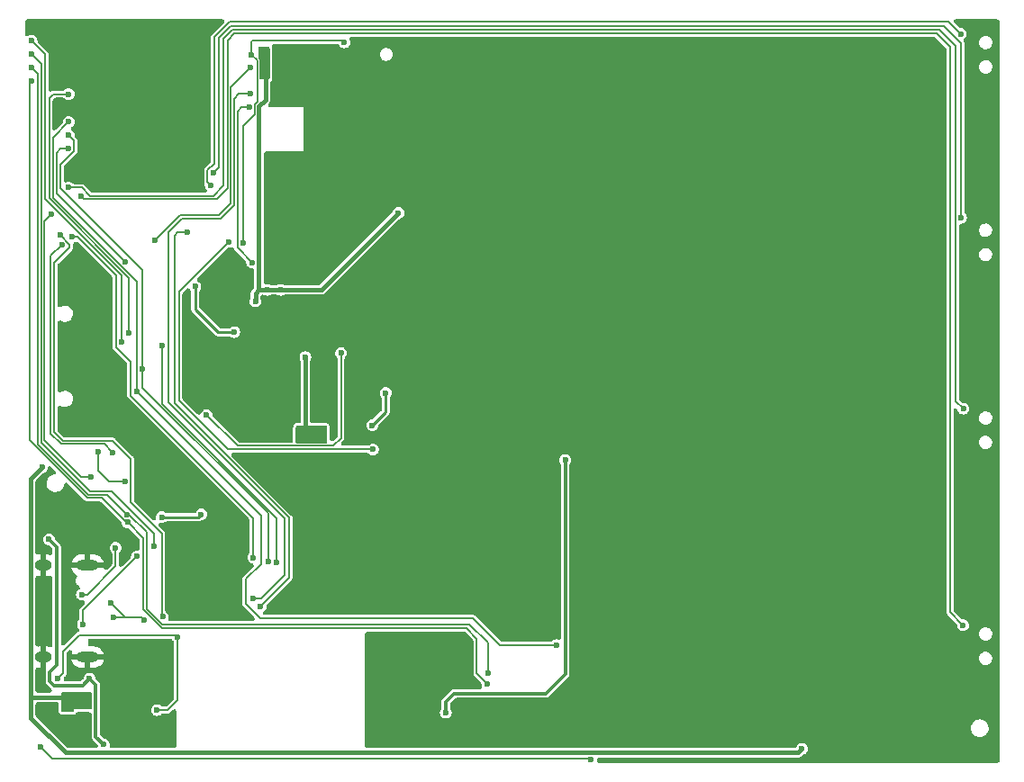
<source format=gtl>
G04 #@! TF.GenerationSoftware,KiCad,Pcbnew,(6.0.2)*
G04 #@! TF.CreationDate,2022-07-18T21:19:01-05:00*
G04 #@! TF.ProjectId,paperd_ink_rev4,70617065-7264-45f6-996e-6b5f72657634,rev?*
G04 #@! TF.SameCoordinates,Original*
G04 #@! TF.FileFunction,Copper,L1,Top*
G04 #@! TF.FilePolarity,Positive*
%FSLAX46Y46*%
G04 Gerber Fmt 4.6, Leading zero omitted, Abs format (unit mm)*
G04 Created by KiCad (PCBNEW (6.0.2)) date 2022-07-18 21:19:01*
%MOMM*%
%LPD*%
G01*
G04 APERTURE LIST*
G04 #@! TA.AperFunction,ComponentPad*
%ADD10O,1.600000X1.000000*%
G04 #@! TD*
G04 #@! TA.AperFunction,ComponentPad*
%ADD11O,2.100000X1.000000*%
G04 #@! TD*
G04 #@! TA.AperFunction,ViaPad*
%ADD12C,0.600000*%
G04 #@! TD*
G04 #@! TA.AperFunction,Conductor*
%ADD13C,0.300000*%
G04 #@! TD*
G04 #@! TA.AperFunction,Conductor*
%ADD14C,0.400000*%
G04 #@! TD*
G04 #@! TA.AperFunction,Conductor*
%ADD15C,0.254000*%
G04 #@! TD*
G04 #@! TA.AperFunction,Conductor*
%ADD16C,0.130000*%
G04 #@! TD*
G04 #@! TA.AperFunction,Conductor*
%ADD17C,0.200000*%
G04 #@! TD*
G04 APERTURE END LIST*
D10*
X103910000Y-130100000D03*
D11*
X108090000Y-121460000D03*
D10*
X103910000Y-121460000D03*
D11*
X108090000Y-130100000D03*
D12*
X182297500Y-73145000D03*
X144690000Y-79070000D03*
X178130000Y-102797775D03*
X169795000Y-85006110D03*
X106210000Y-136330000D03*
X173962500Y-96867220D03*
X169795000Y-108728330D03*
X114165000Y-78357500D03*
X182297500Y-126520000D03*
X143510000Y-137242500D03*
X169795000Y-73145000D03*
X161460000Y-84995000D03*
X186465000Y-102797775D03*
X115140000Y-79351250D03*
X169795000Y-79075555D03*
X153045000Y-73145000D03*
X192190000Y-120813750D03*
X169795000Y-90936665D03*
X182297500Y-90936665D03*
X157292500Y-84995000D03*
X188768750Y-138940000D03*
X122760000Y-111180000D03*
X153045000Y-79070000D03*
X124465000Y-108080000D03*
X192190000Y-95295000D03*
X136930000Y-81935000D03*
X186465000Y-73145000D03*
X105960000Y-127780000D03*
X138005000Y-79910000D03*
X173962500Y-79075555D03*
X184206250Y-138940000D03*
X169795000Y-126520000D03*
X122465000Y-104762500D03*
X115140000Y-78357500D03*
X182297500Y-85006110D03*
X165627500Y-114620000D03*
X144690000Y-73145000D03*
X192190000Y-97576250D03*
X108760000Y-118180000D03*
X126465000Y-105695000D03*
X165627500Y-108728330D03*
X182297500Y-102797775D03*
X148957500Y-79070000D03*
X113190000Y-77363750D03*
X104410000Y-136330000D03*
X109665000Y-95720000D03*
X192190000Y-77545000D03*
X161460000Y-102770000D03*
X157292500Y-108695000D03*
X123860000Y-112080000D03*
X173962500Y-120589440D03*
X169795000Y-102797775D03*
X161460000Y-79070000D03*
X106065000Y-103820000D03*
X186487500Y-138940000D03*
X161460000Y-73145000D03*
X128915000Y-80420000D03*
X148957500Y-96845000D03*
X106065000Y-101870000D03*
X178130000Y-114658885D03*
X157292500Y-102770000D03*
X135815000Y-135346666D03*
X165627500Y-120589440D03*
X112265000Y-135630000D03*
X182297500Y-96867220D03*
X109665000Y-104760000D03*
X112870000Y-113010000D03*
X107060000Y-118180000D03*
X178130000Y-90936665D03*
X107865000Y-100240000D03*
X182297500Y-108728330D03*
X192190000Y-116251250D03*
X192190000Y-102138750D03*
X157292500Y-96845000D03*
X134865000Y-133980000D03*
X161460000Y-96845000D03*
X178130000Y-96867220D03*
X114165000Y-79351250D03*
X173962500Y-73145000D03*
X178130000Y-73145000D03*
X135015000Y-116820000D03*
X165627500Y-90936665D03*
X115140000Y-77363750D03*
X107865000Y-107020000D03*
X136930000Y-79910000D03*
X173962500Y-108728330D03*
X134865000Y-138080000D03*
X113165000Y-135630000D03*
X122465000Y-101445000D03*
X126015000Y-73145000D03*
X169795000Y-120589440D03*
X138005000Y-81935000D03*
X106110000Y-120980000D03*
X157292500Y-73145000D03*
X133265000Y-117845000D03*
X111365000Y-135630000D03*
X109665000Y-107020000D03*
X186465000Y-126520000D03*
X153045000Y-84995000D03*
X109665000Y-97980000D03*
X192190000Y-118532500D03*
X122465000Y-108080000D03*
X108065000Y-104760000D03*
X123860000Y-111180000D03*
X108760000Y-116405000D03*
X107865000Y-95720000D03*
X186465000Y-114658885D03*
X192190000Y-123095000D03*
X192190000Y-99857500D03*
X114165000Y-77363750D03*
X165627500Y-73145000D03*
X157292500Y-79070000D03*
X122465000Y-103103750D03*
X178130000Y-108728330D03*
X165627500Y-85006110D03*
X153045000Y-90920000D03*
X135815000Y-138080000D03*
X109665000Y-100240000D03*
X134865000Y-136713332D03*
X169795000Y-96867220D03*
X186465000Y-90936665D03*
X165627500Y-102797775D03*
X113190000Y-78357500D03*
X161460000Y-90920000D03*
X178130000Y-85006110D03*
X127615000Y-115745000D03*
X182297500Y-79075555D03*
X178130000Y-120589440D03*
X169795000Y-114658885D03*
X105310000Y-136330000D03*
X153045000Y-96845000D03*
X122600000Y-120980000D03*
X142510000Y-138180000D03*
X186465000Y-96867220D03*
X186465000Y-120589440D03*
X192190000Y-79826250D03*
X107885000Y-117305000D03*
X173962500Y-126520000D03*
X107965000Y-97980000D03*
X144690000Y-96845000D03*
X173962500Y-102797775D03*
X134865000Y-135346666D03*
X122465000Y-106421250D03*
X109665000Y-102500000D03*
X157292500Y-90920000D03*
X113190000Y-79351250D03*
X191050000Y-138940000D03*
X148957500Y-90920000D03*
X178130000Y-126520000D03*
X136930000Y-80922500D03*
X165627500Y-79075555D03*
X192190000Y-84388750D03*
X173962500Y-85006110D03*
X161460000Y-114620000D03*
X144690000Y-84995000D03*
X106065000Y-99920000D03*
X127740000Y-123820000D03*
X186465000Y-85006110D03*
X138005000Y-80922500D03*
X107060000Y-116405000D03*
X126465000Y-108080000D03*
X182297500Y-114658885D03*
X135815000Y-133980000D03*
X161460000Y-108695000D03*
X148957500Y-73145000D03*
X192190000Y-82107500D03*
X186465000Y-108728330D03*
X165627500Y-96867220D03*
X153045000Y-102770000D03*
X108065000Y-102500000D03*
X182297500Y-120589440D03*
X148957500Y-84995000D03*
X173962500Y-114658885D03*
X178130000Y-79075555D03*
X143510000Y-138180000D03*
X181925000Y-138940000D03*
X186465000Y-79075555D03*
X144690000Y-90920000D03*
X173962500Y-90936665D03*
X135815000Y-136713332D03*
X152990000Y-111545000D03*
X141765000Y-135320000D03*
X123865000Y-96620000D03*
X107910000Y-134630000D03*
X107910000Y-133830000D03*
X124965000Y-95545000D03*
X124800000Y-75230000D03*
X137310000Y-88310000D03*
X128160000Y-109580000D03*
X103790000Y-112245000D03*
X124800000Y-74255000D03*
X175240000Y-138720000D03*
X130210000Y-108657500D03*
X106960000Y-133880000D03*
X128560000Y-101880000D03*
X130210000Y-109580000D03*
X126240000Y-95545000D03*
X124800000Y-73280000D03*
X128160000Y-108657500D03*
X104460000Y-119020000D03*
X109610000Y-138330000D03*
X108265000Y-132120000D03*
X118765000Y-116670000D03*
X115060000Y-116920000D03*
X132225000Y-72250000D03*
X105665000Y-91295000D03*
X122715000Y-91145000D03*
X110465000Y-110820000D03*
X123515000Y-73420000D03*
X123365000Y-77095000D03*
X123660000Y-124610000D03*
X117500000Y-90120000D03*
X124340000Y-125310000D03*
X123659999Y-120745000D03*
X106640000Y-90570000D03*
X114340000Y-119645000D03*
X102820000Y-73350000D03*
X125040000Y-121070000D03*
X113205001Y-103005001D03*
X106310000Y-81010000D03*
X115110000Y-100820000D03*
X125870000Y-121180000D03*
X111260000Y-100470000D03*
X102820000Y-72100000D03*
X111840000Y-117410000D03*
X102800000Y-75860000D03*
X145665000Y-132620000D03*
X112710000Y-105110000D03*
X106310000Y-79730000D03*
X152165000Y-128970000D03*
X145720000Y-131590000D03*
X102800000Y-74600000D03*
X111770000Y-116670000D03*
X111627482Y-113582518D03*
X109090000Y-110795000D03*
X106310000Y-77140000D03*
X111990000Y-99590000D03*
X121865000Y-99520000D03*
X118210000Y-95230000D03*
X108410000Y-113110000D03*
X104680000Y-88460000D03*
X134920000Y-110550000D03*
X121390000Y-91020000D03*
X111640000Y-92900000D03*
X106310000Y-82280000D03*
X115139999Y-126294999D03*
X123420000Y-74625000D03*
X105310000Y-132080000D03*
X114615000Y-135070000D03*
X114390000Y-90895000D03*
X116525000Y-128180000D03*
X105490000Y-90390000D03*
X123300989Y-78375157D03*
X123560500Y-92970000D03*
X119265000Y-107320000D03*
X131910000Y-101480000D03*
X134860000Y-108280000D03*
X136110000Y-105230000D03*
X103660000Y-138530000D03*
X155415000Y-139709001D03*
X190390000Y-127095000D03*
X107465000Y-86720000D03*
X190415000Y-106720000D03*
X106315000Y-85920000D03*
X190190000Y-88770000D03*
X119890000Y-84570000D03*
X190165000Y-71470000D03*
X119665000Y-85695000D03*
X113370000Y-126580000D03*
X110480000Y-126350000D03*
X110300000Y-125000500D03*
X112715066Y-120618791D03*
X107650000Y-127020000D03*
X107550000Y-124210000D03*
X110711456Y-119803573D03*
D13*
X104460000Y-119020000D02*
X105180000Y-119740000D01*
X105180000Y-119740000D02*
X105180000Y-130880000D01*
X105180000Y-130880000D02*
X104540000Y-131520000D01*
X104540000Y-131520000D02*
X104540000Y-132395000D01*
X104540000Y-132395000D02*
X104924501Y-132779501D01*
X104924501Y-132779501D02*
X107605499Y-132779501D01*
X107605499Y-132779501D02*
X108265000Y-132120000D01*
X152990000Y-111545000D02*
X152990000Y-131720000D01*
X152990000Y-131720000D02*
X151190000Y-133520000D01*
X142530000Y-133520000D02*
X141765000Y-134285000D01*
X151190000Y-133520000D02*
X142530000Y-133520000D01*
X141765000Y-134285000D02*
X141765000Y-135320000D01*
D14*
X128560000Y-106990000D02*
X128560000Y-101855000D01*
X102740000Y-133850000D02*
X102740000Y-113295000D01*
X175240000Y-138720000D02*
X174880499Y-139079501D01*
X124805000Y-73285000D02*
X124800000Y-73280000D01*
X124965000Y-95545000D02*
X126240000Y-95545000D01*
X124190000Y-95545000D02*
X124190000Y-78267128D01*
X124800000Y-77657128D02*
X124800000Y-73280000D01*
X128560000Y-101855000D02*
X128560000Y-101880000D01*
X106009501Y-139079501D02*
X102740000Y-135810000D01*
X130227500Y-108657500D02*
X130227500Y-108662500D01*
X106960000Y-133880000D02*
X102770000Y-133880000D01*
X102770000Y-133880000D02*
X102740000Y-133850000D01*
X124190000Y-78267128D02*
X124800000Y-77657128D01*
X123865000Y-96620000D02*
X123865000Y-95870000D01*
X123865000Y-95870000D02*
X124190000Y-95545000D01*
X174880499Y-139079501D02*
X106009501Y-139079501D01*
X128560000Y-106990000D02*
X128560000Y-108730000D01*
X124965000Y-95545000D02*
X124190000Y-95545000D01*
X130075000Y-95545000D02*
X137310000Y-88310000D01*
X130227500Y-108657500D02*
X130237500Y-108657500D01*
X102740000Y-135810000D02*
X102740000Y-133850000D01*
X102740000Y-113295000D02*
X103790000Y-112245000D01*
X126240000Y-95545000D02*
X130075000Y-95545000D01*
D13*
X108265000Y-132120000D02*
X108865000Y-132720000D01*
X108865000Y-132720000D02*
X108865000Y-137585000D01*
X108865000Y-137585000D02*
X109610000Y-138330000D01*
D15*
X118515000Y-116920000D02*
X118765000Y-116670000D01*
X115060000Y-116920000D02*
X118515000Y-116920000D01*
D16*
X123795489Y-79039511D02*
X122715000Y-80120000D01*
X104615000Y-109045000D02*
X105615000Y-110045000D01*
X109690000Y-110045000D02*
X110465000Y-110820000D01*
X132065000Y-72090000D02*
X132225000Y-72250000D01*
X124065000Y-73970000D02*
X124065000Y-77834206D01*
X123515000Y-72200000D02*
X123625000Y-72090000D01*
X123625000Y-72090000D02*
X132065000Y-72090000D01*
X122715000Y-80120000D02*
X122715000Y-91145000D01*
X123515000Y-73420000D02*
X124065000Y-73970000D01*
X105665000Y-91295000D02*
X104615000Y-92345000D01*
X123795489Y-78103717D02*
X123795489Y-79039511D01*
X123515000Y-73420000D02*
X123515000Y-72200000D01*
X124065000Y-77834206D02*
X123795489Y-78103717D01*
X105615000Y-110045000D02*
X109690000Y-110045000D01*
X104615000Y-92345000D02*
X104615000Y-109045000D01*
X122290000Y-77095000D02*
X123365000Y-77095000D01*
X124370000Y-124610000D02*
X123660000Y-124610000D01*
X116950000Y-88830000D02*
X120610000Y-88830000D01*
X115680000Y-90100000D02*
X116950000Y-88830000D01*
X126580000Y-117040000D02*
X126580000Y-122400000D01*
X126580000Y-122400000D02*
X124370000Y-124610000D01*
X121830000Y-77555000D02*
X122290000Y-77095000D01*
X115680000Y-106140000D02*
X126580000Y-117040000D01*
X115680000Y-106140000D02*
X115680000Y-90100000D01*
X120610000Y-88830000D02*
X121830000Y-87610000D01*
X121830000Y-87610000D02*
X121830000Y-77555000D01*
X127020000Y-116990000D02*
X127020000Y-122630000D01*
X117500000Y-90120000D02*
X116550000Y-90120000D01*
X116240000Y-90430000D02*
X116240000Y-106210000D01*
X127020000Y-122630000D02*
X124340000Y-125310000D01*
X116240000Y-106210000D02*
X127020000Y-116990000D01*
X116550000Y-90120000D02*
X116240000Y-90430000D01*
X110764999Y-100945001D02*
X112140000Y-102320002D01*
X123659999Y-117014999D02*
X112140000Y-105495000D01*
X107140000Y-90570000D02*
X110764999Y-94194999D01*
X106640000Y-90570000D02*
X107140000Y-90570000D01*
X112140000Y-105495000D02*
X112140000Y-102320002D01*
X123659999Y-120745000D02*
X123659999Y-117014999D01*
X110764999Y-94194999D02*
X110764999Y-100945001D01*
X103715000Y-109915000D02*
X103715000Y-74245000D01*
X108320000Y-114520000D02*
X103715000Y-109915000D01*
X110390000Y-114520000D02*
X108320000Y-114520000D01*
X114340000Y-118470000D02*
X110390000Y-114520000D01*
X114340000Y-119645000D02*
X114340000Y-118470000D01*
X103715000Y-74245000D02*
X102820000Y-73350000D01*
X113205001Y-104722709D02*
X125040000Y-116557708D01*
X105515000Y-83807602D02*
X105515000Y-85995000D01*
X113205001Y-93685001D02*
X113205001Y-103005001D01*
X113205001Y-103005001D02*
X113205001Y-104722709D01*
X105515000Y-85995000D02*
X113205001Y-93685001D01*
X106805001Y-82517601D02*
X105515000Y-83807602D01*
X106805001Y-81515001D02*
X106805001Y-82517601D01*
X106300000Y-81010000D02*
X106805001Y-81515001D01*
X125040000Y-121070000D02*
X125040000Y-116557708D01*
X125870000Y-117020000D02*
X115110000Y-106260000D01*
X115110000Y-106260000D02*
X115110000Y-100820000D01*
X111260000Y-100470000D02*
X111260000Y-94170000D01*
X104100000Y-73390000D02*
X102810000Y-72100000D01*
X104100000Y-87010000D02*
X104100000Y-73390000D01*
X125870000Y-121180000D02*
X125870000Y-117020000D01*
X111260000Y-94170000D02*
X104100000Y-87010000D01*
X144665000Y-128345000D02*
X143715000Y-127395000D01*
X109390000Y-115120000D02*
X108044893Y-115120000D01*
X111680000Y-117410000D02*
X109390000Y-115120000D01*
X145665000Y-132620000D02*
X144665000Y-131620000D01*
X102615000Y-109690107D02*
X102615000Y-76045000D01*
X144665000Y-131620000D02*
X144665000Y-128345000D01*
X108044893Y-115120000D02*
X102615000Y-109690107D01*
X115097984Y-127395000D02*
X113315000Y-125612016D01*
X102615000Y-76045000D02*
X102800000Y-75860000D01*
X113315000Y-118885000D02*
X111840000Y-117410000D01*
X143715000Y-127395000D02*
X115097984Y-127395000D01*
X113315000Y-125612016D02*
X113315000Y-118885000D01*
X111840000Y-117410000D02*
X111680000Y-117410000D01*
X144290000Y-126445000D02*
X124290000Y-126445000D01*
X124290000Y-126445000D02*
X122965000Y-125120000D01*
X124390000Y-116790000D02*
X112710000Y-105110000D01*
X104846761Y-81193239D02*
X104846761Y-86916761D01*
X106310000Y-79730000D02*
X104846761Y-81193239D01*
X122965000Y-125120000D02*
X122965000Y-122745000D01*
X146815000Y-128970000D02*
X144290000Y-126445000D01*
X152165000Y-128970000D02*
X146815000Y-128970000D01*
X124390000Y-121320000D02*
X124390000Y-116790000D01*
X122965000Y-122745000D02*
X124390000Y-121320000D01*
X112710000Y-94780000D02*
X112710000Y-105110000D01*
X104846761Y-86916761D02*
X112710000Y-94780000D01*
X145720000Y-128750000D02*
X143965000Y-126995000D01*
X102800000Y-74600000D02*
X103390000Y-75190000D01*
X145720000Y-131590000D02*
X145720000Y-128750000D01*
X109920000Y-114820000D02*
X111770000Y-116670000D01*
X103390000Y-75190000D02*
X103390000Y-110097398D01*
X108112602Y-114820000D02*
X109920000Y-114820000D01*
X143965000Y-126995000D02*
X115065000Y-126995000D01*
X103390000Y-110097398D02*
X108112602Y-114820000D01*
X115065000Y-126995000D02*
X113640000Y-125570000D01*
X113640000Y-125570000D02*
X113640000Y-118320000D01*
X113640000Y-118320000D02*
X111990000Y-116670000D01*
X111990000Y-116670000D02*
X111770000Y-116670000D01*
X110102518Y-113582518D02*
X111627482Y-113582518D01*
X110102518Y-113582518D02*
X109090000Y-112570000D01*
X109090000Y-112570000D02*
X109090000Y-110795000D01*
X104860000Y-77140000D02*
X106340000Y-77140000D01*
X104479990Y-77520010D02*
X104860000Y-77140000D01*
X104479990Y-86939990D02*
X104479990Y-77520010D01*
X111990000Y-94450000D02*
X104479990Y-86939990D01*
X111990000Y-99590000D02*
X111990000Y-94450000D01*
D15*
X118210000Y-97365000D02*
X118210000Y-95230000D01*
X121865000Y-99520000D02*
X120365000Y-99520000D01*
X120365000Y-99520000D02*
X118210000Y-97365000D01*
D16*
X107460000Y-113110000D02*
X108410000Y-113110000D01*
X104680000Y-88460000D02*
X104040000Y-89100000D01*
X104040000Y-89100000D02*
X104040000Y-109690000D01*
X104040000Y-109690000D02*
X107460000Y-113110000D01*
X116670000Y-95740000D02*
X116670000Y-105920000D01*
X121270000Y-110520000D02*
X134890000Y-110520000D01*
X116670000Y-105920000D02*
X121270000Y-110520000D01*
X121390000Y-91020000D02*
X116670000Y-95740000D01*
X134890000Y-110520000D02*
X134920000Y-110550000D01*
X105180000Y-86440000D02*
X105180000Y-82640000D01*
X105540000Y-82280000D02*
X106310000Y-82280000D01*
X111640000Y-92900000D02*
X105180000Y-86440000D01*
X105180000Y-82640000D02*
X105540000Y-82280000D01*
X123360000Y-74625000D02*
X121490000Y-76495000D01*
X115064999Y-126219999D02*
X115139999Y-126294999D01*
X115064999Y-126219999D02*
X115064999Y-118494999D01*
X104965000Y-92970000D02*
X104965000Y-108945000D01*
X105490000Y-90390000D02*
X106390000Y-91290000D01*
X105790000Y-109770000D02*
X110440000Y-109770000D01*
X116525000Y-134160000D02*
X116525000Y-131030000D01*
X104965000Y-108945000D02*
X105790000Y-109770000D01*
X105310000Y-132080000D02*
X105790000Y-131600000D01*
X106390000Y-91545000D02*
X104965000Y-92970000D01*
X115615000Y-135070000D02*
X116525000Y-134160000D01*
X114615000Y-135070000D02*
X115615000Y-135070000D01*
X116375479Y-128030479D02*
X116525000Y-128180000D01*
X123420000Y-74625000D02*
X123360000Y-74625000D01*
X116790000Y-88495000D02*
X114390000Y-90895000D01*
X110440000Y-109770000D02*
X112122483Y-111452483D01*
X107295101Y-128030479D02*
X116375479Y-128030479D01*
X121490000Y-87395000D02*
X120390000Y-88495000D01*
X116525000Y-131030000D02*
X116525000Y-128180000D01*
X105790000Y-131600000D02*
X105790000Y-129535580D01*
X105790000Y-129535580D02*
X107295101Y-128030479D01*
X112122483Y-115552483D02*
X115064999Y-118494999D01*
X106390000Y-91290000D02*
X106390000Y-91545000D01*
X112122483Y-111452483D02*
X112122483Y-115552483D01*
X121490000Y-76495000D02*
X121490000Y-87395000D01*
X120390000Y-88495000D02*
X116790000Y-88495000D01*
X122534843Y-78375157D02*
X123300989Y-78375157D01*
X123560500Y-92970000D02*
X122165000Y-91574500D01*
X122165000Y-91574500D02*
X122165000Y-78745000D01*
X122165000Y-78745000D02*
X122534843Y-78375157D01*
X131165000Y-110220000D02*
X131207500Y-110177500D01*
X122165000Y-110220000D02*
X131165000Y-110220000D01*
X119265000Y-107320000D02*
X122165000Y-110220000D01*
X131910000Y-109475000D02*
X131207500Y-110177500D01*
X131910000Y-101480000D02*
X131910000Y-109475000D01*
D15*
X134860000Y-108280000D02*
X136110000Y-107030000D01*
X136110000Y-107030000D02*
X136110000Y-105230000D01*
D16*
X155415000Y-139709001D02*
X155335999Y-139630000D01*
X155335999Y-139630000D02*
X104760000Y-139630000D01*
X104760000Y-139630000D02*
X103660000Y-138530000D01*
X107764999Y-87019999D02*
X107465000Y-86720000D01*
X121229990Y-86005010D02*
X120215001Y-87019999D01*
X189165000Y-72695000D02*
X187890000Y-71420000D01*
X187890000Y-71420000D02*
X121890000Y-71420000D01*
X121890000Y-71420000D02*
X121229990Y-72080010D01*
X120215001Y-87019999D02*
X107764999Y-87019999D01*
X121229990Y-72080010D02*
X121229990Y-86005010D01*
X190390000Y-127095000D02*
X189165000Y-125870000D01*
X189165000Y-125870000D02*
X189165000Y-72695000D01*
X119940000Y-86695000D02*
X108315000Y-86695000D01*
X121720000Y-71045000D02*
X120890000Y-71875000D01*
X189694999Y-72574999D02*
X188165000Y-71045000D01*
X120890000Y-71875000D02*
X120890000Y-85745000D01*
X189694999Y-105999999D02*
X189694999Y-72574999D01*
X190415000Y-106720000D02*
X189694999Y-105999999D01*
X120890000Y-85745000D02*
X119940000Y-86695000D01*
X107540000Y-85920000D02*
X106315000Y-85920000D01*
X188165000Y-71045000D02*
X121720000Y-71045000D01*
X108315000Y-86695000D02*
X107540000Y-85920000D01*
X119890000Y-84570000D02*
X120440000Y-84020000D01*
X188565000Y-70745000D02*
X190190000Y-72370000D01*
X121490000Y-70745000D02*
X188565000Y-70745000D01*
X120440000Y-84020000D02*
X120440000Y-71795000D01*
X190190000Y-72370000D02*
X190190000Y-88770000D01*
X120440000Y-71795000D02*
X121490000Y-70745000D01*
X119365001Y-85395001D02*
X119365001Y-84289999D01*
X189040000Y-70345000D02*
X190165000Y-71470000D01*
X120005000Y-83650000D02*
X120005000Y-71760000D01*
X121420000Y-70345000D02*
X189040000Y-70345000D01*
X119665000Y-85695000D02*
X119365001Y-85395001D01*
X119365001Y-84289999D02*
X120005000Y-83650000D01*
X120005000Y-71760000D02*
X121420000Y-70345000D01*
D17*
X113140000Y-126350000D02*
X113370000Y-126580000D01*
X113140000Y-126350000D02*
X111649500Y-126350000D01*
X110480000Y-126350000D02*
X113140000Y-126350000D01*
X111649500Y-126350000D02*
X110300000Y-125000500D01*
D16*
X112715066Y-120618791D02*
X107650000Y-125683857D01*
X107650000Y-125683857D02*
X107650000Y-127020000D01*
X107550000Y-124210000D02*
X108030000Y-124210000D01*
X108030000Y-124210000D02*
X110711456Y-121528544D01*
X110711456Y-121528544D02*
X110711456Y-119803573D01*
G04 #@! TA.AperFunction,Conductor*
G36*
X130552121Y-108350002D02*
G01*
X130598614Y-108403658D01*
X130610000Y-108456000D01*
X130610000Y-109898500D01*
X130589998Y-109966621D01*
X130536342Y-110013114D01*
X130484000Y-110024500D01*
X127786000Y-110024500D01*
X127717879Y-110004498D01*
X127671386Y-109950842D01*
X127660000Y-109898500D01*
X127660000Y-108456000D01*
X127680002Y-108387879D01*
X127733658Y-108341386D01*
X127786000Y-108330000D01*
X130484000Y-108330000D01*
X130552121Y-108350002D01*
G37*
G04 #@! TD.AperFunction*
G04 #@! TA.AperFunction,Conductor*
G36*
X125152121Y-72700002D02*
G01*
X125198614Y-72753658D01*
X125210000Y-72806000D01*
X125210000Y-75604000D01*
X125189998Y-75672121D01*
X125136342Y-75718614D01*
X125084000Y-75730000D01*
X124386500Y-75730000D01*
X124318379Y-75709998D01*
X124271886Y-75656342D01*
X124260500Y-75604000D01*
X124260500Y-74004794D01*
X124260598Y-74003068D01*
X124264239Y-73992700D01*
X124262670Y-73978600D01*
X124262670Y-73978598D01*
X124261273Y-73966050D01*
X124260819Y-73957858D01*
X124260500Y-73955024D01*
X124260500Y-73947958D01*
X124258929Y-73941070D01*
X124258548Y-73937684D01*
X124257287Y-73930233D01*
X124255942Y-73918149D01*
X124254373Y-73904053D01*
X124248256Y-73894282D01*
X124245691Y-73883039D01*
X124229274Y-73862437D01*
X124224756Y-73856055D01*
X124222728Y-73853507D01*
X124218947Y-73847469D01*
X124213905Y-73842427D01*
X124211994Y-73840027D01*
X124206647Y-73834042D01*
X124198947Y-73824379D01*
X124190105Y-73813283D01*
X124180074Y-73808445D01*
X124178645Y-73807167D01*
X124146905Y-73775427D01*
X124112879Y-73713115D01*
X124110000Y-73686332D01*
X124110000Y-72806000D01*
X124130002Y-72737879D01*
X124183658Y-72691386D01*
X124236000Y-72680000D01*
X125084000Y-72680000D01*
X125152121Y-72700002D01*
G37*
G04 #@! TD.AperFunction*
G04 #@! TA.AperFunction,Conductor*
G36*
X108402121Y-133400002D02*
G01*
X108448614Y-133453658D01*
X108460000Y-133506000D01*
X108460000Y-134904000D01*
X108439998Y-134972121D01*
X108386342Y-135018614D01*
X108334000Y-135030000D01*
X106810000Y-135030000D01*
X106810000Y-135154000D01*
X106789998Y-135222121D01*
X106736342Y-135268614D01*
X106684000Y-135280000D01*
X105736000Y-135280000D01*
X105667879Y-135259998D01*
X105621386Y-135206342D01*
X105610000Y-135154000D01*
X105610000Y-133506000D01*
X105630002Y-133437879D01*
X105683658Y-133391386D01*
X105736000Y-133380000D01*
X108334000Y-133380000D01*
X108402121Y-133400002D01*
G37*
G04 #@! TD.AperFunction*
G04 #@! TA.AperFunction,Conductor*
G36*
X193697343Y-70099707D02*
G01*
X193766584Y-70154926D01*
X193805011Y-70234718D01*
X193810000Y-70279000D01*
X193810000Y-139831000D01*
X193790293Y-139917343D01*
X193735074Y-139986584D01*
X193655282Y-140025011D01*
X193611000Y-140030000D01*
X156154905Y-140030000D01*
X156068562Y-140010293D01*
X155999321Y-139955074D01*
X155960894Y-139875282D01*
X155957608Y-139805025D01*
X155970250Y-139709001D01*
X155973028Y-139709367D01*
X155988254Y-139642658D01*
X156043473Y-139573417D01*
X156123265Y-139534990D01*
X156167547Y-139530001D01*
X174841974Y-139530001D01*
X174865363Y-139531380D01*
X174880036Y-139533117D01*
X174880039Y-139533117D01*
X174894809Y-139534865D01*
X174921442Y-139530001D01*
X174951394Y-139524531D01*
X174957559Y-139523505D01*
X175014461Y-139514950D01*
X175020974Y-139511822D01*
X175028072Y-139510526D01*
X175041269Y-139503671D01*
X175041274Y-139503669D01*
X175079112Y-139484014D01*
X175084646Y-139481248D01*
X175136578Y-139456310D01*
X175141882Y-139451407D01*
X175148287Y-139448080D01*
X175153327Y-139443776D01*
X175189545Y-139407558D01*
X175195178Y-139402141D01*
X175225134Y-139374451D01*
X175225136Y-139374448D01*
X175236055Y-139364355D01*
X175240207Y-139357206D01*
X175242876Y-139354227D01*
X175289761Y-139307342D01*
X175364749Y-139260223D01*
X175372649Y-139257786D01*
X175383709Y-139256330D01*
X175468102Y-139221374D01*
X175505574Y-139205853D01*
X175505576Y-139205852D01*
X175517625Y-139200861D01*
X175632621Y-139112621D01*
X175720861Y-138997625D01*
X175748641Y-138930559D01*
X175771339Y-138875759D01*
X175771339Y-138875758D01*
X175776330Y-138863709D01*
X175795250Y-138720000D01*
X175776330Y-138576291D01*
X175762514Y-138542935D01*
X175725853Y-138454426D01*
X175725852Y-138454424D01*
X175720861Y-138442375D01*
X175632621Y-138327379D01*
X175517625Y-138239139D01*
X175505576Y-138234148D01*
X175505574Y-138234147D01*
X175395759Y-138188661D01*
X175395758Y-138188661D01*
X175383709Y-138183670D01*
X175240000Y-138164750D01*
X175096291Y-138183670D01*
X175084242Y-138188661D01*
X175084241Y-138188661D01*
X174974426Y-138234147D01*
X174974424Y-138234148D01*
X174962375Y-138239139D01*
X174847379Y-138327379D01*
X174759139Y-138442375D01*
X174732721Y-138506155D01*
X174681472Y-138578384D01*
X174603960Y-138621223D01*
X174548869Y-138629001D01*
X134364000Y-138629001D01*
X134277657Y-138609294D01*
X134208416Y-138554075D01*
X134169989Y-138474283D01*
X134165000Y-138430001D01*
X134165000Y-136733591D01*
X191129922Y-136733591D01*
X191139321Y-136912921D01*
X191142183Y-136923311D01*
X191164291Y-137003573D01*
X191187008Y-137086049D01*
X191192035Y-137095584D01*
X191192036Y-137095586D01*
X191231432Y-137170306D01*
X191270760Y-137244898D01*
X191386668Y-137382058D01*
X191395222Y-137388598D01*
X191395224Y-137388600D01*
X191435126Y-137419107D01*
X191529326Y-137491128D01*
X191692077Y-137567020D01*
X191788357Y-137588541D01*
X191859350Y-137604410D01*
X191859353Y-137604410D01*
X191867328Y-137606193D01*
X191872819Y-137606500D01*
X192004866Y-137606500D01*
X192010223Y-137605918D01*
X192010224Y-137605918D01*
X192028688Y-137603912D01*
X192138525Y-137591980D01*
X192226234Y-137562463D01*
X192298507Y-137538141D01*
X192298509Y-137538140D01*
X192308722Y-137534703D01*
X192462648Y-137442214D01*
X192593123Y-137318830D01*
X192599183Y-137309913D01*
X192688001Y-137179222D01*
X192688002Y-137179220D01*
X192694060Y-137170306D01*
X192760748Y-137003573D01*
X192777538Y-136902159D01*
X192788318Y-136837042D01*
X192788318Y-136837039D01*
X192790078Y-136826409D01*
X192780679Y-136647079D01*
X192758637Y-136567056D01*
X192735855Y-136484344D01*
X192735854Y-136484341D01*
X192732992Y-136473951D01*
X192693846Y-136399703D01*
X192654267Y-136324636D01*
X192654266Y-136324634D01*
X192649240Y-136315102D01*
X192533332Y-136177942D01*
X192524778Y-136171402D01*
X192524776Y-136171400D01*
X192454651Y-136117786D01*
X192390674Y-136068872D01*
X192227923Y-135992980D01*
X192116258Y-135968020D01*
X192060650Y-135955590D01*
X192060647Y-135955590D01*
X192052672Y-135953807D01*
X192047181Y-135953500D01*
X191915134Y-135953500D01*
X191909777Y-135954082D01*
X191909776Y-135954082D01*
X191895895Y-135955590D01*
X191781475Y-135968020D01*
X191771256Y-135971459D01*
X191621493Y-136021859D01*
X191621491Y-136021860D01*
X191611278Y-136025297D01*
X191457352Y-136117786D01*
X191449521Y-136125192D01*
X191449519Y-136125193D01*
X191401990Y-136170139D01*
X191326877Y-136241170D01*
X191320817Y-136250087D01*
X191282227Y-136306871D01*
X191225940Y-136389694D01*
X191159252Y-136556427D01*
X191157493Y-136567053D01*
X191157492Y-136567056D01*
X191131682Y-136722958D01*
X191129922Y-136733591D01*
X134165000Y-136733591D01*
X134165000Y-127909500D01*
X134184707Y-127823157D01*
X134239926Y-127753916D01*
X134319718Y-127715489D01*
X134364000Y-127710500D01*
X143501888Y-127710500D01*
X143588231Y-127730207D01*
X143642602Y-127768786D01*
X144291214Y-128417399D01*
X144338333Y-128492388D01*
X144349500Y-128558113D01*
X144349500Y-131597535D01*
X144348743Y-131614881D01*
X144345852Y-131647922D01*
X144350358Y-131664739D01*
X144350358Y-131664740D01*
X144354435Y-131679957D01*
X144358191Y-131696901D01*
X144360929Y-131712426D01*
X144360930Y-131712429D01*
X144363953Y-131729572D01*
X144371001Y-131741780D01*
X144374649Y-131755393D01*
X144384635Y-131769654D01*
X144393672Y-131782560D01*
X144402998Y-131797199D01*
X144407958Y-131805789D01*
X144419585Y-131825928D01*
X144432919Y-131837117D01*
X144432921Y-131837119D01*
X144444993Y-131847248D01*
X144457792Y-131858976D01*
X145053166Y-132454351D01*
X145100285Y-132529340D01*
X145111452Y-132595061D01*
X145111452Y-132607069D01*
X145109750Y-132620000D01*
X145128670Y-132763709D01*
X145133661Y-132775758D01*
X145162071Y-132844347D01*
X145176906Y-132931659D01*
X145152388Y-133016761D01*
X145093374Y-133082797D01*
X145011552Y-133116688D01*
X144978219Y-133119500D01*
X142498481Y-133119500D01*
X142498477Y-133119501D01*
X142466567Y-133119501D01*
X142451115Y-133124521D01*
X142420750Y-133131811D01*
X142420323Y-133131879D01*
X142404696Y-133134354D01*
X142390742Y-133141464D01*
X142390222Y-133141729D01*
X142361365Y-133153683D01*
X142345910Y-133158704D01*
X142333242Y-133167908D01*
X142332763Y-133168256D01*
X142306138Y-133184572D01*
X142291658Y-133191950D01*
X142269091Y-133214517D01*
X141459516Y-134024091D01*
X141459513Y-134024095D01*
X141436950Y-134046658D01*
X141429840Y-134060613D01*
X141429576Y-134061131D01*
X141413260Y-134087758D01*
X141403704Y-134100910D01*
X141398863Y-134115809D01*
X141398682Y-134116366D01*
X141386732Y-134145216D01*
X141386465Y-134145739D01*
X141386464Y-134145742D01*
X141379354Y-134159696D01*
X141376813Y-134175743D01*
X141369522Y-134206110D01*
X141364500Y-134221567D01*
X141364500Y-134870095D01*
X141344793Y-134956438D01*
X141323377Y-134991238D01*
X141292081Y-135032023D01*
X141292077Y-135032030D01*
X141284139Y-135042375D01*
X141279148Y-135054424D01*
X141279147Y-135054426D01*
X141240111Y-135148669D01*
X141228670Y-135176291D01*
X141209750Y-135320000D01*
X141228670Y-135463709D01*
X141233661Y-135475758D01*
X141233661Y-135475759D01*
X141266837Y-135555853D01*
X141284139Y-135597625D01*
X141372379Y-135712621D01*
X141487375Y-135800861D01*
X141499424Y-135805852D01*
X141499426Y-135805853D01*
X141609241Y-135851339D01*
X141621291Y-135856330D01*
X141765000Y-135875250D01*
X141908709Y-135856330D01*
X141920759Y-135851339D01*
X142030574Y-135805853D01*
X142030576Y-135805852D01*
X142042625Y-135800861D01*
X142157621Y-135712621D01*
X142245861Y-135597625D01*
X142263164Y-135555853D01*
X142296339Y-135475759D01*
X142296339Y-135475758D01*
X142301330Y-135463709D01*
X142320250Y-135320000D01*
X142301330Y-135176291D01*
X142289889Y-135148669D01*
X142250853Y-135054426D01*
X142250852Y-135054424D01*
X142245861Y-135042375D01*
X142237923Y-135032030D01*
X142237919Y-135032023D01*
X142206623Y-134991238D01*
X142169695Y-134910741D01*
X142165500Y-134870095D01*
X142165500Y-134533321D01*
X142185207Y-134446978D01*
X142223786Y-134392607D01*
X142637606Y-133978786D01*
X142712594Y-133931667D01*
X142778320Y-133920500D01*
X151253433Y-133920500D01*
X151268890Y-133915478D01*
X151299257Y-133908187D01*
X151315304Y-133905646D01*
X151329258Y-133898536D01*
X151329261Y-133898535D01*
X151329784Y-133898268D01*
X151358634Y-133886318D01*
X151359191Y-133886137D01*
X151374090Y-133881296D01*
X151387242Y-133871740D01*
X151413869Y-133855424D01*
X151428342Y-133848050D01*
X151450905Y-133825487D01*
X151450909Y-133825484D01*
X153295483Y-131980909D01*
X153318050Y-131958342D01*
X153325428Y-131943862D01*
X153341744Y-131917237D01*
X153342092Y-131916758D01*
X153351296Y-131904090D01*
X153356317Y-131888635D01*
X153368271Y-131859778D01*
X153368536Y-131859258D01*
X153375646Y-131845304D01*
X153378189Y-131829250D01*
X153385479Y-131798883D01*
X153385660Y-131798325D01*
X153390499Y-131783433D01*
X153390499Y-131751525D01*
X153390500Y-131751519D01*
X153390500Y-130180412D01*
X191880773Y-130180412D01*
X191890696Y-130338138D01*
X191894563Y-130350040D01*
X191894564Y-130350044D01*
X191933571Y-130470093D01*
X191939533Y-130488441D01*
X192024214Y-130621877D01*
X192139418Y-130730062D01*
X192277908Y-130806197D01*
X192430981Y-130845500D01*
X192549350Y-130845500D01*
X192578305Y-130841842D01*
X192654368Y-130832234D01*
X192654372Y-130832233D01*
X192666792Y-130830664D01*
X192813732Y-130772486D01*
X192941587Y-130679594D01*
X193042324Y-130557823D01*
X193109614Y-130414826D01*
X193139227Y-130259588D01*
X193129304Y-130101862D01*
X193125437Y-130089960D01*
X193125436Y-130089956D01*
X193084337Y-129963469D01*
X193084336Y-129963468D01*
X193080467Y-129951559D01*
X192995786Y-129818123D01*
X192880582Y-129709938D01*
X192742092Y-129633803D01*
X192589019Y-129594500D01*
X192470650Y-129594500D01*
X192446000Y-129597614D01*
X192365632Y-129607766D01*
X192365628Y-129607767D01*
X192353208Y-129609336D01*
X192206268Y-129667514D01*
X192196138Y-129674874D01*
X192196136Y-129674875D01*
X192136079Y-129718509D01*
X192078413Y-129760406D01*
X191977676Y-129882177D01*
X191910386Y-130025174D01*
X191880773Y-130180412D01*
X153390500Y-130180412D01*
X153390500Y-127880412D01*
X191880773Y-127880412D01*
X191890696Y-128038138D01*
X191894563Y-128050040D01*
X191894564Y-128050044D01*
X191935663Y-128176531D01*
X191939533Y-128188441D01*
X192024214Y-128321877D01*
X192139418Y-128430062D01*
X192277908Y-128506197D01*
X192430981Y-128545500D01*
X192549350Y-128545500D01*
X192578305Y-128541842D01*
X192654368Y-128532234D01*
X192654372Y-128532233D01*
X192666792Y-128530664D01*
X192813732Y-128472486D01*
X192834187Y-128457625D01*
X192931454Y-128386956D01*
X192941587Y-128379594D01*
X193042324Y-128257823D01*
X193109614Y-128114826D01*
X193139227Y-127959588D01*
X193129304Y-127801862D01*
X193125437Y-127789960D01*
X193125436Y-127789956D01*
X193084337Y-127663469D01*
X193084336Y-127663468D01*
X193080467Y-127651559D01*
X193073165Y-127640053D01*
X193002496Y-127528696D01*
X193002495Y-127528695D01*
X192995786Y-127518123D01*
X192880582Y-127409938D01*
X192816802Y-127374875D01*
X192753068Y-127339837D01*
X192742092Y-127333803D01*
X192589019Y-127294500D01*
X192470650Y-127294500D01*
X192441695Y-127298158D01*
X192365632Y-127307766D01*
X192365628Y-127307767D01*
X192353208Y-127309336D01*
X192206268Y-127367514D01*
X192196138Y-127374874D01*
X192196136Y-127374875D01*
X192168664Y-127394835D01*
X192078413Y-127460406D01*
X192030666Y-127518123D01*
X191988545Y-127569039D01*
X191977676Y-127582177D01*
X191972347Y-127593501D01*
X191972346Y-127593503D01*
X191954546Y-127631330D01*
X191910386Y-127725174D01*
X191880773Y-127880412D01*
X153390500Y-127880412D01*
X153390500Y-111994905D01*
X153410207Y-111908562D01*
X153431623Y-111873762D01*
X153462919Y-111832977D01*
X153462923Y-111832970D01*
X153470861Y-111822625D01*
X153495087Y-111764139D01*
X153521339Y-111700759D01*
X153521339Y-111700758D01*
X153526330Y-111688709D01*
X153545250Y-111545000D01*
X153526330Y-111401291D01*
X153521339Y-111389241D01*
X153475853Y-111279426D01*
X153475852Y-111279424D01*
X153470861Y-111267375D01*
X153382621Y-111152379D01*
X153267625Y-111064139D01*
X153255576Y-111059148D01*
X153255574Y-111059147D01*
X153145759Y-111013661D01*
X153145758Y-111013661D01*
X153133709Y-111008670D01*
X152990000Y-110989750D01*
X152846291Y-111008670D01*
X152834242Y-111013661D01*
X152834241Y-111013661D01*
X152724426Y-111059147D01*
X152724424Y-111059148D01*
X152712375Y-111064139D01*
X152597379Y-111152379D01*
X152509139Y-111267375D01*
X152504148Y-111279424D01*
X152504147Y-111279426D01*
X152458661Y-111389241D01*
X152453670Y-111401291D01*
X152434750Y-111545000D01*
X152453670Y-111688709D01*
X152458661Y-111700758D01*
X152458661Y-111700759D01*
X152484914Y-111764139D01*
X152509139Y-111822625D01*
X152517077Y-111832970D01*
X152517081Y-111832977D01*
X152548377Y-111873762D01*
X152585305Y-111954259D01*
X152589500Y-111994905D01*
X152589500Y-128252153D01*
X152569793Y-128338496D01*
X152514574Y-128407737D01*
X152434782Y-128446164D01*
X152346218Y-128446164D01*
X152332798Y-128441887D01*
X152320760Y-128438662D01*
X152308709Y-128433670D01*
X152165000Y-128414750D01*
X152021291Y-128433670D01*
X152009242Y-128438661D01*
X152009241Y-128438661D01*
X151899426Y-128484147D01*
X151899424Y-128484148D01*
X151887375Y-128489139D01*
X151772379Y-128577379D01*
X151764439Y-128587727D01*
X151755954Y-128596212D01*
X151680966Y-128643332D01*
X151615238Y-128654500D01*
X147028112Y-128654500D01*
X146941769Y-128634793D01*
X146887398Y-128596214D01*
X144528981Y-126237797D01*
X144517252Y-126224998D01*
X144507117Y-126212919D01*
X144507115Y-126212918D01*
X144495928Y-126199585D01*
X144467199Y-126182998D01*
X144452560Y-126173672D01*
X144439654Y-126164635D01*
X144439655Y-126164635D01*
X144425393Y-126154649D01*
X144411780Y-126151001D01*
X144399572Y-126143953D01*
X144382429Y-126140930D01*
X144382426Y-126140929D01*
X144366901Y-126138191D01*
X144349957Y-126134435D01*
X144334740Y-126130358D01*
X144334739Y-126130358D01*
X144317922Y-126125852D01*
X144300581Y-126127369D01*
X144300579Y-126127369D01*
X144284877Y-126128743D01*
X144267533Y-126129500D01*
X124762537Y-126129500D01*
X124676194Y-126109793D01*
X124606953Y-126054574D01*
X124568526Y-125974782D01*
X124568526Y-125886218D01*
X124606953Y-125806426D01*
X124641393Y-125772623D01*
X124722276Y-125710559D01*
X124732621Y-125702621D01*
X124820861Y-125587625D01*
X124831444Y-125562077D01*
X124871339Y-125465759D01*
X124871339Y-125465758D01*
X124876330Y-125453709D01*
X124895250Y-125310000D01*
X124893547Y-125297065D01*
X124893547Y-125285065D01*
X124913254Y-125198722D01*
X124951833Y-125144351D01*
X127227203Y-122868981D01*
X127240002Y-122857252D01*
X127252076Y-122847121D01*
X127252077Y-122847120D01*
X127265415Y-122835928D01*
X127282005Y-122807193D01*
X127291315Y-122792579D01*
X127310351Y-122765394D01*
X127313999Y-122751780D01*
X127321047Y-122739572D01*
X127324071Y-122722425D01*
X127326811Y-122706889D01*
X127330566Y-122689950D01*
X127334641Y-122674740D01*
X127339147Y-122657922D01*
X127336257Y-122624885D01*
X127335500Y-122607544D01*
X127335500Y-117012465D01*
X127336257Y-116995119D01*
X127337631Y-116979421D01*
X127337631Y-116979418D01*
X127339148Y-116962078D01*
X127332047Y-116935574D01*
X127330565Y-116930043D01*
X127326809Y-116913099D01*
X127324071Y-116897574D01*
X127324070Y-116897571D01*
X127321047Y-116880428D01*
X127313999Y-116868220D01*
X127310351Y-116854607D01*
X127291326Y-116827438D01*
X127282002Y-116812801D01*
X127274119Y-116799148D01*
X127265415Y-116784072D01*
X127252081Y-116772883D01*
X127252079Y-116772881D01*
X127240007Y-116762752D01*
X127227208Y-116751024D01*
X121651398Y-111175214D01*
X121604279Y-111100226D01*
X121594363Y-111012219D01*
X121623614Y-110928626D01*
X121686238Y-110866002D01*
X121769831Y-110836751D01*
X121792112Y-110835500D01*
X134347046Y-110835500D01*
X134433389Y-110855207D01*
X134504923Y-110913356D01*
X134527379Y-110942621D01*
X134642375Y-111030861D01*
X134654424Y-111035852D01*
X134654426Y-111035853D01*
X134764241Y-111081339D01*
X134776291Y-111086330D01*
X134920000Y-111105250D01*
X135063709Y-111086330D01*
X135075759Y-111081339D01*
X135185574Y-111035853D01*
X135185576Y-111035852D01*
X135197625Y-111030861D01*
X135312621Y-110942621D01*
X135400861Y-110827625D01*
X135419733Y-110782065D01*
X135451339Y-110705759D01*
X135451339Y-110705758D01*
X135456330Y-110693709D01*
X135475250Y-110550000D01*
X135456330Y-110406291D01*
X135438874Y-110364148D01*
X135405853Y-110284426D01*
X135405852Y-110284424D01*
X135400861Y-110272375D01*
X135312621Y-110157379D01*
X135197625Y-110069139D01*
X135185576Y-110064148D01*
X135185574Y-110064147D01*
X135075759Y-110018661D01*
X135075758Y-110018661D01*
X135063709Y-110013670D01*
X134920000Y-109994750D01*
X134776291Y-110013670D01*
X134764242Y-110018661D01*
X134764241Y-110018661D01*
X134654426Y-110064147D01*
X134654424Y-110064148D01*
X134642375Y-110069139D01*
X134527379Y-110157379D01*
X134526014Y-110155600D01*
X134465963Y-110193333D01*
X134400237Y-110204500D01*
X132107112Y-110204500D01*
X132020769Y-110184793D01*
X131951528Y-110129574D01*
X131913101Y-110049782D01*
X131913101Y-109961218D01*
X131951528Y-109881426D01*
X131966398Y-109864786D01*
X132117203Y-109713981D01*
X132130002Y-109702252D01*
X132142081Y-109692117D01*
X132142082Y-109692115D01*
X132155415Y-109680928D01*
X132172002Y-109652199D01*
X132181328Y-109637560D01*
X132190365Y-109624654D01*
X132200351Y-109610393D01*
X132203999Y-109596780D01*
X132211047Y-109584572D01*
X132214070Y-109567429D01*
X132214071Y-109567426D01*
X132216809Y-109551901D01*
X132220565Y-109534957D01*
X132224642Y-109519740D01*
X132224642Y-109519739D01*
X132229148Y-109502922D01*
X132226699Y-109474923D01*
X132226257Y-109469877D01*
X132225500Y-109452533D01*
X132225500Y-108280000D01*
X134304750Y-108280000D01*
X134323670Y-108423709D01*
X134379139Y-108557625D01*
X134467379Y-108672621D01*
X134582375Y-108760861D01*
X134594424Y-108765852D01*
X134594426Y-108765853D01*
X134704241Y-108811339D01*
X134716291Y-108816330D01*
X134860000Y-108835250D01*
X135003709Y-108816330D01*
X135015759Y-108811339D01*
X135125574Y-108765853D01*
X135125576Y-108765852D01*
X135137625Y-108760861D01*
X135252621Y-108672621D01*
X135340861Y-108557625D01*
X135396330Y-108423709D01*
X135409675Y-108322346D01*
X135440483Y-108239314D01*
X135466258Y-108207607D01*
X136333457Y-107340408D01*
X136341998Y-107333510D01*
X136341592Y-107333063D01*
X136353756Y-107321994D01*
X136367575Y-107313072D01*
X136389705Y-107285001D01*
X136393469Y-107280396D01*
X136399109Y-107274756D01*
X136403880Y-107268080D01*
X136403885Y-107268074D01*
X136409260Y-107260552D01*
X136414889Y-107253055D01*
X136415100Y-107252787D01*
X136445380Y-107214377D01*
X136448397Y-107205785D01*
X136453694Y-107198373D01*
X136467815Y-107151154D01*
X136470696Y-107142287D01*
X136487021Y-107095801D01*
X136487500Y-107090270D01*
X136487500Y-107085992D01*
X136487533Y-107085219D01*
X136489702Y-107077967D01*
X136488506Y-107047514D01*
X136487653Y-107025817D01*
X136487500Y-107018004D01*
X136487500Y-105709879D01*
X136507207Y-105623536D01*
X136528623Y-105588735D01*
X136582921Y-105517973D01*
X136582922Y-105517971D01*
X136590861Y-105507625D01*
X136601795Y-105481229D01*
X136641339Y-105385759D01*
X136641339Y-105385758D01*
X136646330Y-105373709D01*
X136665250Y-105230000D01*
X136646330Y-105086291D01*
X136641339Y-105074241D01*
X136595853Y-104964426D01*
X136595852Y-104964424D01*
X136590861Y-104952375D01*
X136502621Y-104837379D01*
X136387625Y-104749139D01*
X136375576Y-104744148D01*
X136375574Y-104744147D01*
X136265759Y-104698661D01*
X136265758Y-104698661D01*
X136253709Y-104693670D01*
X136110000Y-104674750D01*
X135966291Y-104693670D01*
X135954242Y-104698661D01*
X135954241Y-104698661D01*
X135844426Y-104744147D01*
X135844424Y-104744148D01*
X135832375Y-104749139D01*
X135717379Y-104837379D01*
X135629139Y-104952375D01*
X135624148Y-104964424D01*
X135624147Y-104964426D01*
X135578661Y-105074241D01*
X135573670Y-105086291D01*
X135554750Y-105230000D01*
X135573670Y-105373709D01*
X135578661Y-105385758D01*
X135578661Y-105385759D01*
X135618206Y-105481229D01*
X135629139Y-105507625D01*
X135637078Y-105517971D01*
X135637079Y-105517973D01*
X135691377Y-105588735D01*
X135728305Y-105669233D01*
X135732500Y-105709879D01*
X135732500Y-106791207D01*
X135712793Y-106877550D01*
X135674214Y-106931921D01*
X134932392Y-107673742D01*
X134857403Y-107720861D01*
X134817653Y-107730325D01*
X134716291Y-107743670D01*
X134704242Y-107748661D01*
X134704241Y-107748661D01*
X134594426Y-107794147D01*
X134594424Y-107794148D01*
X134582375Y-107799139D01*
X134467379Y-107887379D01*
X134379139Y-108002375D01*
X134374148Y-108014424D01*
X134374147Y-108014426D01*
X134332630Y-108114660D01*
X134323670Y-108136291D01*
X134304750Y-108280000D01*
X132225500Y-108280000D01*
X132225500Y-102029762D01*
X132245207Y-101943419D01*
X132283788Y-101889046D01*
X132292273Y-101880561D01*
X132302621Y-101872621D01*
X132390861Y-101757625D01*
X132400551Y-101734233D01*
X132441339Y-101635759D01*
X132441339Y-101635758D01*
X132446330Y-101623709D01*
X132465250Y-101480000D01*
X132446330Y-101336291D01*
X132410728Y-101250338D01*
X132395853Y-101214426D01*
X132395852Y-101214424D01*
X132390861Y-101202375D01*
X132302621Y-101087379D01*
X132187625Y-100999139D01*
X132175576Y-100994148D01*
X132175574Y-100994147D01*
X132065759Y-100948661D01*
X132065758Y-100948661D01*
X132053709Y-100943670D01*
X131910000Y-100924750D01*
X131766291Y-100943670D01*
X131754242Y-100948661D01*
X131754241Y-100948661D01*
X131644426Y-100994147D01*
X131644424Y-100994148D01*
X131632375Y-100999139D01*
X131517379Y-101087379D01*
X131429139Y-101202375D01*
X131424148Y-101214424D01*
X131424147Y-101214426D01*
X131409272Y-101250338D01*
X131373670Y-101336291D01*
X131354750Y-101480000D01*
X131373670Y-101623709D01*
X131378661Y-101635758D01*
X131378661Y-101635759D01*
X131419450Y-101734233D01*
X131429139Y-101757625D01*
X131517379Y-101872621D01*
X131527727Y-101880561D01*
X131536212Y-101889046D01*
X131583332Y-101964034D01*
X131594500Y-102029762D01*
X131594500Y-109261888D01*
X131574793Y-109348231D01*
X131536214Y-109402602D01*
X131199714Y-109739102D01*
X131124726Y-109786221D01*
X131036719Y-109796137D01*
X130953126Y-109766886D01*
X130890502Y-109704262D01*
X130861251Y-109620669D01*
X130860000Y-109598388D01*
X130860000Y-108456000D01*
X130854287Y-108402860D01*
X130842901Y-108350518D01*
X130835821Y-108324709D01*
X130810362Y-108280000D01*
X130792393Y-108248444D01*
X130792392Y-108248443D01*
X130787552Y-108239943D01*
X130772339Y-108222386D01*
X130743966Y-108189641D01*
X130743957Y-108189632D01*
X130741059Y-108186287D01*
X130708988Y-108155341D01*
X130622554Y-108110129D01*
X130576247Y-108096532D01*
X130561252Y-108092129D01*
X130561249Y-108092128D01*
X130554433Y-108090127D01*
X130547402Y-108089116D01*
X130547397Y-108089115D01*
X130518957Y-108085026D01*
X130484000Y-108080000D01*
X129209500Y-108080000D01*
X129123157Y-108060293D01*
X129053916Y-108005074D01*
X129015489Y-107925282D01*
X129010500Y-107881000D01*
X129010500Y-102260128D01*
X129030207Y-102173785D01*
X129034071Y-102166474D01*
X129040861Y-102157625D01*
X129096330Y-102023709D01*
X129115250Y-101880000D01*
X129096330Y-101736291D01*
X129040861Y-101602375D01*
X128952621Y-101487379D01*
X128837625Y-101399139D01*
X128825576Y-101394148D01*
X128825574Y-101394147D01*
X128715759Y-101348661D01*
X128715758Y-101348661D01*
X128703709Y-101343670D01*
X128560000Y-101324750D01*
X128416291Y-101343670D01*
X128404242Y-101348661D01*
X128404241Y-101348661D01*
X128294426Y-101394147D01*
X128294424Y-101394148D01*
X128282375Y-101399139D01*
X128167379Y-101487379D01*
X128079139Y-101602375D01*
X128023670Y-101736291D01*
X128004750Y-101880000D01*
X128023670Y-102023709D01*
X128079139Y-102157625D01*
X128083778Y-102163671D01*
X128108944Y-102245258D01*
X128109500Y-102260128D01*
X128109500Y-107881000D01*
X128089793Y-107967343D01*
X128034574Y-108036584D01*
X127954782Y-108075011D01*
X127910500Y-108080000D01*
X127786000Y-108080000D01*
X127732860Y-108085713D01*
X127680518Y-108097099D01*
X127654709Y-108104179D01*
X127643892Y-108110339D01*
X127643891Y-108110339D01*
X127598317Y-108136291D01*
X127569943Y-108152448D01*
X127562550Y-108158854D01*
X127519641Y-108196034D01*
X127519632Y-108196043D01*
X127516287Y-108198941D01*
X127485341Y-108231012D01*
X127440129Y-108317446D01*
X127420127Y-108385567D01*
X127419116Y-108392598D01*
X127419115Y-108392603D01*
X127416878Y-108408165D01*
X127410000Y-108456000D01*
X127410000Y-109705500D01*
X127390293Y-109791843D01*
X127335074Y-109861084D01*
X127255282Y-109899511D01*
X127211000Y-109904500D01*
X122378112Y-109904500D01*
X122291769Y-109884793D01*
X122237398Y-109846214D01*
X119876833Y-107485649D01*
X119829714Y-107410661D01*
X119818547Y-107344935D01*
X119818547Y-107332935D01*
X119820250Y-107320000D01*
X119801330Y-107176291D01*
X119791685Y-107153005D01*
X119750853Y-107054426D01*
X119750852Y-107054424D01*
X119745861Y-107042375D01*
X119657621Y-106927379D01*
X119542625Y-106839139D01*
X119530576Y-106834148D01*
X119530574Y-106834147D01*
X119420759Y-106788661D01*
X119420758Y-106788661D01*
X119408709Y-106783670D01*
X119265000Y-106764750D01*
X119121291Y-106783670D01*
X119109242Y-106788661D01*
X119109241Y-106788661D01*
X118999426Y-106834147D01*
X118999424Y-106834148D01*
X118987375Y-106839139D01*
X118872379Y-106927379D01*
X118784139Y-107042375D01*
X118779149Y-107054423D01*
X118779148Y-107054424D01*
X118738315Y-107153005D01*
X118687066Y-107225234D01*
X118609553Y-107268074D01*
X118521129Y-107273039D01*
X118439307Y-107239148D01*
X118413749Y-107217565D01*
X117043786Y-105847602D01*
X116996667Y-105772614D01*
X116985500Y-105706888D01*
X116985500Y-95953112D01*
X117005207Y-95866769D01*
X117043786Y-95812398D01*
X117407701Y-95448483D01*
X117482689Y-95401364D01*
X117570696Y-95391448D01*
X117654289Y-95420699D01*
X117720754Y-95489697D01*
X117724147Y-95495574D01*
X117729139Y-95507625D01*
X117737078Y-95517971D01*
X117737079Y-95517973D01*
X117791377Y-95588735D01*
X117828305Y-95669233D01*
X117832500Y-95709879D01*
X117832500Y-97303522D01*
X117831338Y-97314436D01*
X117831942Y-97314464D01*
X117831167Y-97330890D01*
X117827705Y-97346971D01*
X117829638Y-97363304D01*
X117829638Y-97363307D01*
X117831904Y-97382451D01*
X117832500Y-97388381D01*
X117832500Y-97396362D01*
X117833847Y-97404456D01*
X117833848Y-97404467D01*
X117835365Y-97413581D01*
X117836685Y-97422857D01*
X117840541Y-97455433D01*
X117840542Y-97455438D01*
X117842476Y-97471775D01*
X117846419Y-97479985D01*
X117847914Y-97488970D01*
X117855728Y-97503451D01*
X117855728Y-97503452D01*
X117871296Y-97532304D01*
X117875553Y-97540659D01*
X117891454Y-97573772D01*
X117891457Y-97573776D01*
X117896878Y-97585066D01*
X117900450Y-97589315D01*
X117903498Y-97592363D01*
X117903995Y-97592904D01*
X117907592Y-97599572D01*
X117919627Y-97610697D01*
X117945931Y-97635012D01*
X117951564Y-97640429D01*
X120054593Y-99743458D01*
X120061488Y-99751996D01*
X120061936Y-99751589D01*
X120073003Y-99763752D01*
X120081928Y-99777575D01*
X120094850Y-99787762D01*
X120094851Y-99787763D01*
X120109983Y-99799693D01*
X120114601Y-99803467D01*
X120120243Y-99809109D01*
X120126919Y-99813880D01*
X120126925Y-99813885D01*
X120134466Y-99819274D01*
X120141938Y-99824884D01*
X120180623Y-99855380D01*
X120189216Y-99858398D01*
X120196626Y-99863693D01*
X120243820Y-99877807D01*
X120252725Y-99880701D01*
X120299199Y-99897021D01*
X120304730Y-99897500D01*
X120309029Y-99897500D01*
X120309779Y-99897532D01*
X120317033Y-99899702D01*
X120333402Y-99899059D01*
X120333404Y-99899059D01*
X120369183Y-99897653D01*
X120376996Y-99897500D01*
X121385121Y-99897500D01*
X121471464Y-99917207D01*
X121506265Y-99938623D01*
X121526446Y-99954108D01*
X121587375Y-100000861D01*
X121599424Y-100005852D01*
X121599426Y-100005853D01*
X121629240Y-100018202D01*
X121721291Y-100056330D01*
X121865000Y-100075250D01*
X122008709Y-100056330D01*
X122100760Y-100018202D01*
X122130574Y-100005853D01*
X122130576Y-100005852D01*
X122142625Y-100000861D01*
X122257621Y-99912621D01*
X122345861Y-99797625D01*
X122362094Y-99758436D01*
X122396339Y-99675759D01*
X122396339Y-99675758D01*
X122401330Y-99663709D01*
X122420250Y-99520000D01*
X122401330Y-99376291D01*
X122345861Y-99242375D01*
X122257621Y-99127379D01*
X122142625Y-99039139D01*
X122130576Y-99034148D01*
X122130574Y-99034147D01*
X122020759Y-98988661D01*
X122020758Y-98988661D01*
X122008709Y-98983670D01*
X121865000Y-98964750D01*
X121721291Y-98983670D01*
X121709242Y-98988661D01*
X121709241Y-98988661D01*
X121599426Y-99034147D01*
X121599424Y-99034148D01*
X121587375Y-99039139D01*
X121577029Y-99047078D01*
X121577027Y-99047079D01*
X121506265Y-99101377D01*
X121425767Y-99138305D01*
X121385121Y-99142500D01*
X120603794Y-99142500D01*
X120517451Y-99122793D01*
X120463080Y-99084214D01*
X118645786Y-97266920D01*
X118598667Y-97191932D01*
X118587500Y-97126206D01*
X118587500Y-95709879D01*
X118607207Y-95623536D01*
X118628623Y-95588735D01*
X118682921Y-95517973D01*
X118682922Y-95517971D01*
X118690861Y-95507625D01*
X118726867Y-95420699D01*
X118741339Y-95385759D01*
X118741339Y-95385758D01*
X118746330Y-95373709D01*
X118765250Y-95230000D01*
X118746330Y-95086291D01*
X118739003Y-95068602D01*
X118695853Y-94964426D01*
X118695852Y-94964424D01*
X118690861Y-94952375D01*
X118602621Y-94837379D01*
X118487625Y-94749139D01*
X118475575Y-94744148D01*
X118469697Y-94740754D01*
X118404775Y-94680515D01*
X118372420Y-94598074D01*
X118379038Y-94509758D01*
X118428483Y-94427701D01*
X121224351Y-91631833D01*
X121299339Y-91584714D01*
X121365065Y-91573547D01*
X121377065Y-91573547D01*
X121390000Y-91575250D01*
X121533709Y-91556330D01*
X121591411Y-91532430D01*
X121678720Y-91517595D01*
X121763822Y-91542113D01*
X121829859Y-91601127D01*
X121851108Y-91651973D01*
X121854974Y-91650566D01*
X121860930Y-91666931D01*
X121863953Y-91684072D01*
X121871001Y-91696280D01*
X121874649Y-91709893D01*
X121892825Y-91735850D01*
X121893672Y-91737060D01*
X121902998Y-91751699D01*
X121919585Y-91780428D01*
X121932919Y-91791617D01*
X121932921Y-91791619D01*
X121944993Y-91801748D01*
X121957792Y-91813476D01*
X122948667Y-92804351D01*
X122995786Y-92879339D01*
X123006953Y-92945065D01*
X123006953Y-92957065D01*
X123005250Y-92970000D01*
X123024170Y-93113709D01*
X123029161Y-93125758D01*
X123029161Y-93125759D01*
X123069869Y-93224037D01*
X123079639Y-93247625D01*
X123167879Y-93362621D01*
X123282875Y-93450861D01*
X123294924Y-93455852D01*
X123294926Y-93455853D01*
X123387390Y-93494152D01*
X123416791Y-93506330D01*
X123560500Y-93525250D01*
X123560134Y-93528028D01*
X123626843Y-93543254D01*
X123696084Y-93598473D01*
X123734511Y-93678265D01*
X123739500Y-93722547D01*
X123739500Y-95275969D01*
X123719793Y-95362312D01*
X123681214Y-95416683D01*
X123573691Y-95524206D01*
X123556178Y-95539769D01*
X123544573Y-95548917D01*
X123544570Y-95548920D01*
X123532890Y-95558128D01*
X123524432Y-95570366D01*
X123524431Y-95570367D01*
X123500189Y-95605443D01*
X123496556Y-95610527D01*
X123462366Y-95656816D01*
X123459973Y-95663632D01*
X123455869Y-95669569D01*
X123451381Y-95683760D01*
X123438524Y-95724412D01*
X123436546Y-95730340D01*
X123417481Y-95784631D01*
X123417198Y-95791845D01*
X123415020Y-95798730D01*
X123414500Y-95805337D01*
X123414500Y-95856575D01*
X123414347Y-95864386D01*
X123412162Y-95919994D01*
X123414280Y-95927984D01*
X123414500Y-95931973D01*
X123414500Y-96239872D01*
X123394793Y-96326215D01*
X123390929Y-96333526D01*
X123384139Y-96342375D01*
X123328670Y-96476291D01*
X123309750Y-96620000D01*
X123328670Y-96763709D01*
X123384139Y-96897625D01*
X123472379Y-97012621D01*
X123587375Y-97100861D01*
X123599424Y-97105852D01*
X123599426Y-97105853D01*
X123709241Y-97151339D01*
X123721291Y-97156330D01*
X123865000Y-97175250D01*
X124008709Y-97156330D01*
X124020759Y-97151339D01*
X124130574Y-97105853D01*
X124130576Y-97105852D01*
X124142625Y-97100861D01*
X124257621Y-97012621D01*
X124345861Y-96897625D01*
X124401330Y-96763709D01*
X124420250Y-96620000D01*
X124401330Y-96476291D01*
X124345861Y-96342375D01*
X124341222Y-96336329D01*
X124316056Y-96254742D01*
X124315500Y-96239872D01*
X124315500Y-96194500D01*
X124335207Y-96108157D01*
X124390426Y-96038916D01*
X124470218Y-96000489D01*
X124514500Y-95995500D01*
X124584872Y-95995500D01*
X124671215Y-96015207D01*
X124678526Y-96019071D01*
X124687375Y-96025861D01*
X124821291Y-96081330D01*
X124965000Y-96100250D01*
X125108709Y-96081330D01*
X125242625Y-96025861D01*
X125248671Y-96021222D01*
X125330258Y-95996056D01*
X125345128Y-95995500D01*
X125859872Y-95995500D01*
X125946215Y-96015207D01*
X125953526Y-96019071D01*
X125962375Y-96025861D01*
X126096291Y-96081330D01*
X126240000Y-96100250D01*
X126383709Y-96081330D01*
X126517625Y-96025861D01*
X126523671Y-96021222D01*
X126605258Y-95996056D01*
X126620128Y-95995500D01*
X130036475Y-95995500D01*
X130059864Y-95996879D01*
X130074537Y-95998616D01*
X130074540Y-95998616D01*
X130089310Y-96000364D01*
X130108392Y-95996879D01*
X130145895Y-95990030D01*
X130152060Y-95989004D01*
X130208962Y-95980449D01*
X130215475Y-95977321D01*
X130222573Y-95976025D01*
X130235770Y-95969170D01*
X130235775Y-95969168D01*
X130273613Y-95949513D01*
X130279147Y-95946747D01*
X130331079Y-95921809D01*
X130336383Y-95916906D01*
X130342788Y-95913579D01*
X130347828Y-95909275D01*
X130384046Y-95873057D01*
X130389679Y-95867640D01*
X130419635Y-95839950D01*
X130419637Y-95839947D01*
X130430556Y-95829854D01*
X130434708Y-95822705D01*
X130437377Y-95819726D01*
X137359761Y-88897342D01*
X137434749Y-88850223D01*
X137442649Y-88847786D01*
X137453709Y-88846330D01*
X137465766Y-88841336D01*
X137575574Y-88795853D01*
X137575576Y-88795852D01*
X137587625Y-88790861D01*
X137702621Y-88702621D01*
X137790861Y-88587625D01*
X137803805Y-88556377D01*
X137841339Y-88465759D01*
X137841339Y-88465758D01*
X137846330Y-88453709D01*
X137865250Y-88310000D01*
X137846330Y-88166291D01*
X137790861Y-88032375D01*
X137702621Y-87917379D01*
X137587625Y-87829139D01*
X137575576Y-87824148D01*
X137575574Y-87824147D01*
X137465759Y-87778661D01*
X137465758Y-87778661D01*
X137453709Y-87773670D01*
X137310000Y-87754750D01*
X137166291Y-87773670D01*
X137154242Y-87778661D01*
X137154241Y-87778661D01*
X137044426Y-87824147D01*
X137044424Y-87824148D01*
X137032375Y-87829139D01*
X136917379Y-87917379D01*
X136829139Y-88032375D01*
X136773670Y-88166291D01*
X136772675Y-88173846D01*
X136732781Y-88249329D01*
X136722658Y-88260239D01*
X129946683Y-95036214D01*
X129871695Y-95083333D01*
X129805969Y-95094500D01*
X126620128Y-95094500D01*
X126533785Y-95074793D01*
X126526474Y-95070929D01*
X126517625Y-95064139D01*
X126383709Y-95008670D01*
X126240000Y-94989750D01*
X126096291Y-95008670D01*
X125962375Y-95064139D01*
X125956329Y-95068778D01*
X125874742Y-95093944D01*
X125859872Y-95094500D01*
X125345128Y-95094500D01*
X125258785Y-95074793D01*
X125251474Y-95070929D01*
X125242625Y-95064139D01*
X125108709Y-95008670D01*
X124965000Y-94989750D01*
X124865475Y-95002853D01*
X124777299Y-94994585D01*
X124701442Y-94948877D01*
X124652929Y-94874783D01*
X124640500Y-94805556D01*
X124640500Y-82728032D01*
X124660207Y-82641689D01*
X124715426Y-82572448D01*
X124795218Y-82534021D01*
X124838990Y-82529033D01*
X126640381Y-82524418D01*
X128365000Y-82520000D01*
X128365000Y-78320000D01*
X125251250Y-78327873D01*
X125164859Y-78308385D01*
X125095478Y-78253341D01*
X125056850Y-78173646D01*
X125056626Y-78085083D01*
X125094850Y-78005193D01*
X125110655Y-77989438D01*
X125110245Y-77989053D01*
X125120427Y-77978210D01*
X125132110Y-77969000D01*
X125164814Y-77921681D01*
X125168447Y-77916597D01*
X125193794Y-77882280D01*
X125202634Y-77870312D01*
X125205027Y-77863496D01*
X125209131Y-77857559D01*
X125226476Y-77802716D01*
X125228454Y-77796788D01*
X125242590Y-77756533D01*
X125247519Y-77742497D01*
X125247802Y-77735283D01*
X125249980Y-77728398D01*
X125250500Y-77721791D01*
X125250500Y-77670553D01*
X125250653Y-77662739D01*
X125252254Y-77621999D01*
X125252254Y-77621998D01*
X125252838Y-77607134D01*
X125250719Y-77599144D01*
X125250500Y-77595160D01*
X125250500Y-76041373D01*
X125270207Y-75955030D01*
X125319184Y-75890978D01*
X125350361Y-75863964D01*
X125350367Y-75863958D01*
X125353713Y-75861059D01*
X125384659Y-75828988D01*
X125429871Y-75742554D01*
X125443073Y-75697591D01*
X125447871Y-75681252D01*
X125447872Y-75681249D01*
X125449873Y-75674433D01*
X125460000Y-75604000D01*
X125460000Y-73390000D01*
X135544318Y-73390000D01*
X135564956Y-73546762D01*
X135625464Y-73692841D01*
X135721718Y-73818282D01*
X135847159Y-73914536D01*
X135859212Y-73919528D01*
X135859211Y-73919528D01*
X135981188Y-73970053D01*
X135981190Y-73970054D01*
X135993238Y-73975044D01*
X136043223Y-73981625D01*
X136104187Y-73989651D01*
X136104193Y-73989651D01*
X136110639Y-73990500D01*
X136189361Y-73990500D01*
X136195807Y-73989651D01*
X136195813Y-73989651D01*
X136256777Y-73981625D01*
X136306762Y-73975044D01*
X136318810Y-73970054D01*
X136318812Y-73970053D01*
X136440789Y-73919528D01*
X136440788Y-73919528D01*
X136452841Y-73914536D01*
X136578282Y-73818282D01*
X136674536Y-73692841D01*
X136735044Y-73546762D01*
X136755682Y-73390000D01*
X136735044Y-73233238D01*
X136674536Y-73087159D01*
X136578282Y-72961718D01*
X136452841Y-72865464D01*
X136356804Y-72825684D01*
X136318812Y-72809947D01*
X136318810Y-72809946D01*
X136306762Y-72804956D01*
X136256777Y-72798375D01*
X136195813Y-72790349D01*
X136195807Y-72790349D01*
X136189361Y-72789500D01*
X136110639Y-72789500D01*
X136104193Y-72790349D01*
X136104187Y-72790349D01*
X136043223Y-72798375D01*
X135993238Y-72804956D01*
X135981190Y-72809946D01*
X135981188Y-72809947D01*
X135943196Y-72825684D01*
X135847159Y-72865464D01*
X135721718Y-72961718D01*
X135625464Y-73087159D01*
X135564956Y-73233238D01*
X135544318Y-73390000D01*
X125460000Y-73390000D01*
X125460000Y-72806000D01*
X125454287Y-72752860D01*
X125442901Y-72700518D01*
X125435821Y-72674709D01*
X125435496Y-72674139D01*
X125421769Y-72593340D01*
X125446288Y-72508238D01*
X125505302Y-72442202D01*
X125587125Y-72408311D01*
X125620456Y-72405500D01*
X131560704Y-72405500D01*
X131647047Y-72425207D01*
X131716288Y-72480426D01*
X131733044Y-72505002D01*
X131739147Y-72515573D01*
X131744139Y-72527625D01*
X131752078Y-72537971D01*
X131752079Y-72537973D01*
X131794564Y-72593340D01*
X131832379Y-72642621D01*
X131947375Y-72730861D01*
X131959424Y-72735852D01*
X131959426Y-72735853D01*
X132066158Y-72780062D01*
X132081291Y-72786330D01*
X132225000Y-72805250D01*
X132368709Y-72786330D01*
X132383842Y-72780062D01*
X132490574Y-72735853D01*
X132490576Y-72735852D01*
X132502625Y-72730861D01*
X132617621Y-72642621D01*
X132705861Y-72527625D01*
X132713892Y-72508238D01*
X132756339Y-72405759D01*
X132756339Y-72405758D01*
X132761330Y-72393709D01*
X132780250Y-72250000D01*
X132761330Y-72106291D01*
X132754760Y-72090428D01*
X132721716Y-72010653D01*
X132706881Y-71923341D01*
X132731399Y-71838239D01*
X132790413Y-71772203D01*
X132872235Y-71738312D01*
X132905568Y-71735500D01*
X187676888Y-71735500D01*
X187763231Y-71755207D01*
X187817602Y-71793786D01*
X188791214Y-72767398D01*
X188838333Y-72842386D01*
X188849500Y-72908112D01*
X188849500Y-125847535D01*
X188848743Y-125864881D01*
X188845852Y-125897922D01*
X188850358Y-125914739D01*
X188850358Y-125914740D01*
X188854435Y-125929957D01*
X188858191Y-125946901D01*
X188860929Y-125962426D01*
X188860930Y-125962429D01*
X188863953Y-125979572D01*
X188871001Y-125991780D01*
X188874649Y-126005393D01*
X188884635Y-126019654D01*
X188893672Y-126032560D01*
X188902998Y-126047199D01*
X188919585Y-126075928D01*
X188932919Y-126087117D01*
X188932921Y-126087119D01*
X188944993Y-126097248D01*
X188957792Y-126108976D01*
X189778166Y-126929351D01*
X189825285Y-127004340D01*
X189836452Y-127070061D01*
X189836452Y-127082069D01*
X189834750Y-127095000D01*
X189853670Y-127238709D01*
X189858661Y-127250758D01*
X189858661Y-127250759D01*
X189893059Y-127333803D01*
X189909139Y-127372625D01*
X189997379Y-127487621D01*
X190112375Y-127575861D01*
X190124424Y-127580852D01*
X190124426Y-127580853D01*
X190190816Y-127608352D01*
X190246291Y-127631330D01*
X190390000Y-127650250D01*
X190533709Y-127631330D01*
X190589184Y-127608352D01*
X190655574Y-127580853D01*
X190655576Y-127580852D01*
X190667625Y-127575861D01*
X190782621Y-127487621D01*
X190870861Y-127372625D01*
X190886942Y-127333803D01*
X190921339Y-127250759D01*
X190921339Y-127250758D01*
X190926330Y-127238709D01*
X190945250Y-127095000D01*
X190926330Y-126951291D01*
X190921339Y-126939241D01*
X190875853Y-126829426D01*
X190875852Y-126829424D01*
X190870861Y-126817375D01*
X190782621Y-126702379D01*
X190667625Y-126614139D01*
X190655576Y-126609148D01*
X190655574Y-126609147D01*
X190545759Y-126563661D01*
X190545758Y-126563661D01*
X190533709Y-126558670D01*
X190390000Y-126539750D01*
X190377069Y-126541452D01*
X190365061Y-126541452D01*
X190278719Y-126521743D01*
X190224351Y-126483166D01*
X189538786Y-125797602D01*
X189491667Y-125722614D01*
X189480500Y-125656888D01*
X189480500Y-109860412D01*
X191880773Y-109860412D01*
X191890696Y-110018138D01*
X191894563Y-110030040D01*
X191894564Y-110030044D01*
X191935663Y-110156531D01*
X191939533Y-110168441D01*
X191946244Y-110179015D01*
X191946244Y-110179016D01*
X192008705Y-110277438D01*
X192024214Y-110301877D01*
X192139418Y-110410062D01*
X192277908Y-110486197D01*
X192430981Y-110525500D01*
X192549350Y-110525500D01*
X192578305Y-110521842D01*
X192654368Y-110512234D01*
X192654372Y-110512233D01*
X192666792Y-110510664D01*
X192813732Y-110452486D01*
X192882699Y-110402379D01*
X192931454Y-110366956D01*
X192941587Y-110359594D01*
X193042324Y-110237823D01*
X193067279Y-110184793D01*
X193104283Y-110106155D01*
X193104283Y-110106154D01*
X193109614Y-110094826D01*
X193139227Y-109939588D01*
X193129304Y-109781862D01*
X193125437Y-109769960D01*
X193125436Y-109769956D01*
X193084337Y-109643469D01*
X193084336Y-109643468D01*
X193080467Y-109631559D01*
X192995786Y-109498123D01*
X192880582Y-109389938D01*
X192742092Y-109313803D01*
X192589019Y-109274500D01*
X192470650Y-109274500D01*
X192446000Y-109277614D01*
X192365632Y-109287766D01*
X192365628Y-109287767D01*
X192353208Y-109289336D01*
X192206268Y-109347514D01*
X192078413Y-109440406D01*
X191977676Y-109562177D01*
X191972347Y-109573501D01*
X191972346Y-109573503D01*
X191935314Y-109652199D01*
X191910386Y-109705174D01*
X191880773Y-109860412D01*
X189480500Y-109860412D01*
X189480500Y-107560412D01*
X191880773Y-107560412D01*
X191890696Y-107718138D01*
X191894563Y-107730040D01*
X191894564Y-107730044D01*
X191919595Y-107807079D01*
X191939533Y-107868441D01*
X191946244Y-107879015D01*
X191946244Y-107879016D01*
X191958117Y-107897724D01*
X192024214Y-108001877D01*
X192139418Y-108110062D01*
X192150392Y-108116095D01*
X192207713Y-108147607D01*
X192277908Y-108186197D01*
X192430981Y-108225500D01*
X192549350Y-108225500D01*
X192586777Y-108220772D01*
X192654368Y-108212234D01*
X192654372Y-108212233D01*
X192666792Y-108210664D01*
X192813732Y-108152486D01*
X192871743Y-108110339D01*
X192931454Y-108066956D01*
X192941587Y-108059594D01*
X193042324Y-107937823D01*
X193048226Y-107925282D01*
X193104283Y-107806155D01*
X193104283Y-107806154D01*
X193109614Y-107794826D01*
X193139227Y-107639588D01*
X193129304Y-107481862D01*
X193125437Y-107469960D01*
X193125436Y-107469956D01*
X193084337Y-107343469D01*
X193084336Y-107343468D01*
X193080467Y-107331559D01*
X193073756Y-107320984D01*
X193002496Y-107208696D01*
X193002495Y-107208695D01*
X192995786Y-107198123D01*
X192880582Y-107089938D01*
X192816802Y-107054875D01*
X192753068Y-107019837D01*
X192742092Y-107013803D01*
X192589019Y-106974500D01*
X192470650Y-106974500D01*
X192446000Y-106977614D01*
X192365632Y-106987766D01*
X192365628Y-106987767D01*
X192353208Y-106989336D01*
X192206268Y-107047514D01*
X192196138Y-107054874D01*
X192196136Y-107054875D01*
X192136079Y-107098509D01*
X192078413Y-107140406D01*
X191977676Y-107262177D01*
X191972347Y-107273501D01*
X191972346Y-107273503D01*
X191915717Y-107393845D01*
X191910386Y-107405174D01*
X191880773Y-107560412D01*
X189480500Y-107560412D01*
X189480500Y-106875457D01*
X189500207Y-106789114D01*
X189555426Y-106719873D01*
X189635218Y-106681446D01*
X189723782Y-106681446D01*
X189803574Y-106719873D01*
X189858793Y-106789114D01*
X189873439Y-106838221D01*
X189873592Y-106838180D01*
X189875052Y-106843629D01*
X189876796Y-106849477D01*
X189878670Y-106863709D01*
X189883661Y-106875758D01*
X189883661Y-106875759D01*
X189924885Y-106975283D01*
X189934139Y-106997625D01*
X190022379Y-107112621D01*
X190137375Y-107200861D01*
X190149424Y-107205852D01*
X190149426Y-107205853D01*
X190229809Y-107239148D01*
X190271291Y-107256330D01*
X190415000Y-107275250D01*
X190558709Y-107256330D01*
X190600191Y-107239148D01*
X190680574Y-107205853D01*
X190680576Y-107205852D01*
X190692625Y-107200861D01*
X190807621Y-107112621D01*
X190895861Y-106997625D01*
X190905116Y-106975283D01*
X190946339Y-106875759D01*
X190946339Y-106875758D01*
X190951330Y-106863709D01*
X190970250Y-106720000D01*
X190951330Y-106576291D01*
X190940370Y-106549831D01*
X190900853Y-106454426D01*
X190900852Y-106454424D01*
X190895861Y-106442375D01*
X190807621Y-106327379D01*
X190692625Y-106239139D01*
X190680576Y-106234148D01*
X190680574Y-106234147D01*
X190570759Y-106188661D01*
X190570758Y-106188661D01*
X190558709Y-106183670D01*
X190415000Y-106164750D01*
X190402065Y-106166453D01*
X190390065Y-106166453D01*
X190303722Y-106146746D01*
X190249351Y-106108167D01*
X190068785Y-105927601D01*
X190021666Y-105852613D01*
X190010499Y-105786887D01*
X190010499Y-92195412D01*
X191880773Y-92195412D01*
X191890696Y-92353138D01*
X191894563Y-92365040D01*
X191894564Y-92365044D01*
X191921612Y-92448288D01*
X191939533Y-92503441D01*
X192024214Y-92636877D01*
X192139418Y-92745062D01*
X192277908Y-92821197D01*
X192430981Y-92860500D01*
X192549350Y-92860500D01*
X192578305Y-92856842D01*
X192654368Y-92847234D01*
X192654372Y-92847233D01*
X192666792Y-92845664D01*
X192813732Y-92787486D01*
X192941587Y-92694594D01*
X193042324Y-92572823D01*
X193109614Y-92429826D01*
X193139227Y-92274588D01*
X193135633Y-92217453D01*
X193130090Y-92129357D01*
X193129304Y-92116862D01*
X193125437Y-92104960D01*
X193125436Y-92104956D01*
X193084337Y-91978469D01*
X193084336Y-91978468D01*
X193080467Y-91966559D01*
X192995786Y-91833123D01*
X192880582Y-91724938D01*
X192869608Y-91718905D01*
X192753068Y-91654837D01*
X192742092Y-91648803D01*
X192589019Y-91609500D01*
X192470650Y-91609500D01*
X192446000Y-91612614D01*
X192365632Y-91622766D01*
X192365628Y-91622767D01*
X192353208Y-91624336D01*
X192206268Y-91682514D01*
X192196138Y-91689874D01*
X192196136Y-91689875D01*
X192168584Y-91709893D01*
X192078413Y-91775406D01*
X191977676Y-91897177D01*
X191910386Y-92040174D01*
X191880773Y-92195412D01*
X190010499Y-92195412D01*
X190010499Y-89895412D01*
X191880773Y-89895412D01*
X191890696Y-90053138D01*
X191894563Y-90065040D01*
X191894564Y-90065044D01*
X191926305Y-90162730D01*
X191939533Y-90203441D01*
X191946244Y-90214015D01*
X191946244Y-90214016D01*
X191990129Y-90283167D01*
X192024214Y-90336877D01*
X192139418Y-90445062D01*
X192150392Y-90451095D01*
X192262496Y-90512724D01*
X192277908Y-90521197D01*
X192430981Y-90560500D01*
X192549350Y-90560500D01*
X192578885Y-90556769D01*
X192654368Y-90547234D01*
X192654372Y-90547233D01*
X192666792Y-90545664D01*
X192813732Y-90487486D01*
X192834724Y-90472235D01*
X192931454Y-90401956D01*
X192941587Y-90394594D01*
X193042324Y-90272823D01*
X193048725Y-90259222D01*
X193104283Y-90141155D01*
X193104283Y-90141154D01*
X193109614Y-90129826D01*
X193139227Y-89974588D01*
X193129304Y-89816862D01*
X193125437Y-89804960D01*
X193125436Y-89804956D01*
X193084337Y-89678469D01*
X193084336Y-89678468D01*
X193080467Y-89666559D01*
X193036436Y-89597177D01*
X193002496Y-89543696D01*
X193002495Y-89543695D01*
X192995786Y-89533123D01*
X192880582Y-89424938D01*
X192742092Y-89348803D01*
X192589019Y-89309500D01*
X192470650Y-89309500D01*
X192446000Y-89312614D01*
X192365632Y-89322766D01*
X192365628Y-89322767D01*
X192353208Y-89324336D01*
X192206268Y-89382514D01*
X192078413Y-89475406D01*
X191977676Y-89597177D01*
X191972347Y-89608501D01*
X191972346Y-89608503D01*
X191950003Y-89655984D01*
X191910386Y-89740174D01*
X191880773Y-89895412D01*
X190010499Y-89895412D01*
X190010499Y-89522547D01*
X190030206Y-89436204D01*
X190085425Y-89366963D01*
X190165217Y-89328536D01*
X190190064Y-89325737D01*
X190190000Y-89325250D01*
X190333709Y-89306330D01*
X190345759Y-89301339D01*
X190455574Y-89255853D01*
X190455576Y-89255852D01*
X190467625Y-89250861D01*
X190582621Y-89162621D01*
X190670861Y-89047625D01*
X190684977Y-89013547D01*
X190721339Y-88925759D01*
X190721339Y-88925758D01*
X190726330Y-88913709D01*
X190745250Y-88770000D01*
X190726330Y-88626291D01*
X190721339Y-88614241D01*
X190675853Y-88504426D01*
X190675852Y-88504424D01*
X190670861Y-88492375D01*
X190582621Y-88377379D01*
X190572273Y-88369439D01*
X190563788Y-88360954D01*
X190516668Y-88285966D01*
X190505500Y-88220238D01*
X190505500Y-74530412D01*
X191880773Y-74530412D01*
X191890696Y-74688138D01*
X191894563Y-74700040D01*
X191894564Y-74700044D01*
X191935663Y-74826531D01*
X191939533Y-74838441D01*
X192024214Y-74971877D01*
X192139418Y-75080062D01*
X192150392Y-75086095D01*
X192186347Y-75105861D01*
X192277908Y-75156197D01*
X192430981Y-75195500D01*
X192549350Y-75195500D01*
X192578305Y-75191842D01*
X192654368Y-75182234D01*
X192654372Y-75182233D01*
X192666792Y-75180664D01*
X192813732Y-75122486D01*
X192836615Y-75105861D01*
X192931454Y-75036956D01*
X192941587Y-75029594D01*
X193042324Y-74907823D01*
X193056535Y-74877625D01*
X193104283Y-74776155D01*
X193104283Y-74776154D01*
X193109614Y-74764826D01*
X193139227Y-74609588D01*
X193129304Y-74451862D01*
X193125437Y-74439960D01*
X193125436Y-74439956D01*
X193084337Y-74313469D01*
X193084336Y-74313468D01*
X193080467Y-74301559D01*
X193036436Y-74232177D01*
X193002496Y-74178696D01*
X193002495Y-74178695D01*
X192995786Y-74168123D01*
X192880582Y-74059938D01*
X192742092Y-73983803D01*
X192589019Y-73944500D01*
X192470650Y-73944500D01*
X192446000Y-73947614D01*
X192365632Y-73957766D01*
X192365628Y-73957767D01*
X192353208Y-73959336D01*
X192206268Y-74017514D01*
X192196138Y-74024874D01*
X192196136Y-74024875D01*
X192134371Y-74069750D01*
X192078413Y-74110406D01*
X192030666Y-74168123D01*
X191998191Y-74207379D01*
X191977676Y-74232177D01*
X191972347Y-74243501D01*
X191972346Y-74243503D01*
X191915717Y-74363845D01*
X191910386Y-74375174D01*
X191880773Y-74530412D01*
X190505500Y-74530412D01*
X190505500Y-72392465D01*
X190506257Y-72375119D01*
X190507631Y-72359421D01*
X190507631Y-72359418D01*
X190509148Y-72342078D01*
X190504642Y-72325260D01*
X190500565Y-72310043D01*
X190496809Y-72293099D01*
X190494071Y-72277574D01*
X190494070Y-72277571D01*
X190491047Y-72260428D01*
X190483999Y-72248220D01*
X190480351Y-72234607D01*
X190477413Y-72230412D01*
X191880773Y-72230412D01*
X191881559Y-72242906D01*
X191881559Y-72242907D01*
X191881707Y-72245263D01*
X191890696Y-72388138D01*
X191894563Y-72400040D01*
X191894564Y-72400044D01*
X191924645Y-72492621D01*
X191939533Y-72538441D01*
X191946244Y-72549015D01*
X191946244Y-72549016D01*
X192005648Y-72642621D01*
X192024214Y-72671877D01*
X192139418Y-72780062D01*
X192150392Y-72786095D01*
X192166136Y-72794750D01*
X192277908Y-72856197D01*
X192430981Y-72895500D01*
X192549350Y-72895500D01*
X192578305Y-72891842D01*
X192654368Y-72882234D01*
X192654372Y-72882233D01*
X192666792Y-72880664D01*
X192813732Y-72822486D01*
X192825867Y-72813670D01*
X192931454Y-72736956D01*
X192941587Y-72729594D01*
X193042324Y-72607823D01*
X193049140Y-72593340D01*
X193104283Y-72476155D01*
X193104283Y-72476154D01*
X193109614Y-72464826D01*
X193139227Y-72309588D01*
X193129304Y-72151862D01*
X193125437Y-72139960D01*
X193125436Y-72139956D01*
X193084337Y-72013469D01*
X193084336Y-72013468D01*
X193080467Y-72001559D01*
X193032461Y-71925913D01*
X193002496Y-71878696D01*
X193002495Y-71878695D01*
X192995786Y-71868123D01*
X192880582Y-71759938D01*
X192816802Y-71724875D01*
X192753068Y-71689837D01*
X192742092Y-71683803D01*
X192589019Y-71644500D01*
X192470650Y-71644500D01*
X192446000Y-71647614D01*
X192365632Y-71657766D01*
X192365628Y-71657767D01*
X192353208Y-71659336D01*
X192206268Y-71717514D01*
X192196138Y-71724874D01*
X192196136Y-71724875D01*
X192156180Y-71753905D01*
X192078413Y-71810406D01*
X191977676Y-71932177D01*
X191972347Y-71943501D01*
X191972346Y-71943503D01*
X191939422Y-72013469D01*
X191910386Y-72075174D01*
X191880773Y-72230412D01*
X190477413Y-72230412D01*
X190461326Y-72207438D01*
X190452002Y-72192800D01*
X190439583Y-72171290D01*
X190413478Y-72086662D01*
X190426677Y-71999087D01*
X190476566Y-71925913D01*
X190490769Y-71913919D01*
X190557621Y-71862621D01*
X190645861Y-71747625D01*
X190650884Y-71735500D01*
X190696339Y-71625759D01*
X190696339Y-71625758D01*
X190701330Y-71613709D01*
X190720250Y-71470000D01*
X190701330Y-71326291D01*
X190645861Y-71192375D01*
X190557621Y-71077379D01*
X190442625Y-70989139D01*
X190430576Y-70984148D01*
X190430574Y-70984147D01*
X190320759Y-70938661D01*
X190320758Y-70938661D01*
X190308709Y-70933670D01*
X190165000Y-70914750D01*
X190152065Y-70916453D01*
X190140065Y-70916453D01*
X190053722Y-70896746D01*
X189999351Y-70858167D01*
X189560898Y-70419714D01*
X189513779Y-70344726D01*
X189503863Y-70256719D01*
X189533114Y-70173126D01*
X189595738Y-70110502D01*
X189679331Y-70081251D01*
X189701612Y-70080000D01*
X193611000Y-70080000D01*
X193697343Y-70099707D01*
G37*
G04 #@! TD.AperFunction*
G04 #@! TA.AperFunction,Conductor*
G36*
X115953096Y-128365686D02*
G01*
X116022337Y-128420905D01*
X116039091Y-128445478D01*
X116039150Y-128445580D01*
X116044139Y-128457625D01*
X116052077Y-128467970D01*
X116121247Y-128558113D01*
X116132379Y-128572621D01*
X116142727Y-128580561D01*
X116151212Y-128589046D01*
X116198332Y-128664034D01*
X116209500Y-128729762D01*
X116209500Y-133946888D01*
X116189793Y-134033231D01*
X116151214Y-134087602D01*
X115542602Y-134696214D01*
X115467614Y-134743333D01*
X115401888Y-134754500D01*
X115164762Y-134754500D01*
X115078419Y-134734793D01*
X115024046Y-134696212D01*
X115015561Y-134687727D01*
X115007621Y-134677379D01*
X114892625Y-134589139D01*
X114880576Y-134584148D01*
X114880574Y-134584147D01*
X114770759Y-134538661D01*
X114770758Y-134538661D01*
X114758709Y-134533670D01*
X114615000Y-134514750D01*
X114471291Y-134533670D01*
X114459242Y-134538661D01*
X114459241Y-134538661D01*
X114349426Y-134584147D01*
X114349424Y-134584148D01*
X114337375Y-134589139D01*
X114222379Y-134677379D01*
X114134139Y-134792375D01*
X114078670Y-134926291D01*
X114059750Y-135070000D01*
X114078670Y-135213709D01*
X114083661Y-135225758D01*
X114083661Y-135225759D01*
X114127668Y-135332002D01*
X114134139Y-135347625D01*
X114222379Y-135462621D01*
X114337375Y-135550861D01*
X114349424Y-135555852D01*
X114349426Y-135555853D01*
X114459241Y-135601339D01*
X114471291Y-135606330D01*
X114615000Y-135625250D01*
X114758709Y-135606330D01*
X114770759Y-135601339D01*
X114880574Y-135555853D01*
X114880576Y-135555852D01*
X114892625Y-135550861D01*
X114986276Y-135479000D01*
X114997275Y-135470560D01*
X114997276Y-135470559D01*
X115007621Y-135462621D01*
X115015561Y-135452273D01*
X115024046Y-135443788D01*
X115099034Y-135396668D01*
X115164762Y-135385500D01*
X115592535Y-135385500D01*
X115609881Y-135386257D01*
X115625579Y-135387631D01*
X115625582Y-135387631D01*
X115642922Y-135389148D01*
X115659739Y-135384642D01*
X115659740Y-135384642D01*
X115674957Y-135380565D01*
X115691901Y-135376809D01*
X115707426Y-135374071D01*
X115707429Y-135374070D01*
X115724572Y-135371047D01*
X115736780Y-135363999D01*
X115750393Y-135360351D01*
X115777562Y-135341326D01*
X115792199Y-135332002D01*
X115805852Y-135324119D01*
X115805851Y-135324119D01*
X115820928Y-135315415D01*
X115832117Y-135302081D01*
X115832119Y-135302079D01*
X115842248Y-135290007D01*
X115853976Y-135277208D01*
X116075286Y-135055898D01*
X116150274Y-135008779D01*
X116238281Y-134998863D01*
X116321874Y-135028114D01*
X116384498Y-135090738D01*
X116413749Y-135174331D01*
X116415000Y-135196612D01*
X116415000Y-138430001D01*
X116395293Y-138516344D01*
X116340074Y-138585585D01*
X116260282Y-138624012D01*
X116216000Y-138629001D01*
X110352801Y-138629001D01*
X110266458Y-138609294D01*
X110197217Y-138554075D01*
X110158790Y-138474283D01*
X110155504Y-138404026D01*
X110156137Y-138399222D01*
X110165250Y-138330000D01*
X110146330Y-138186291D01*
X110137408Y-138164750D01*
X110095853Y-138064426D01*
X110095852Y-138064424D01*
X110090861Y-138052375D01*
X110002621Y-137937379D01*
X109887625Y-137849139D01*
X109875576Y-137844148D01*
X109875574Y-137844147D01*
X109820667Y-137821405D01*
X109753709Y-137793670D01*
X109705438Y-137787315D01*
X109689803Y-137785256D01*
X109606771Y-137754447D01*
X109575066Y-137728673D01*
X109323786Y-137477393D01*
X109276667Y-137402405D01*
X109265500Y-137336679D01*
X109265500Y-132656567D01*
X109260478Y-132641110D01*
X109253187Y-132610743D01*
X109250646Y-132594696D01*
X109243536Y-132580742D01*
X109243535Y-132580739D01*
X109243268Y-132580216D01*
X109231318Y-132551366D01*
X109231135Y-132550803D01*
X109226296Y-132535910D01*
X109216744Y-132522762D01*
X109200428Y-132496138D01*
X109200160Y-132495612D01*
X109193050Y-132481658D01*
X109015467Y-132304075D01*
X108866327Y-132154934D01*
X108819208Y-132079946D01*
X108809744Y-132040197D01*
X108803825Y-131995244D01*
X108801330Y-131976291D01*
X108756320Y-131867625D01*
X108750853Y-131854426D01*
X108750852Y-131854424D01*
X108745861Y-131842375D01*
X108657621Y-131727379D01*
X108542625Y-131639139D01*
X108530576Y-131634148D01*
X108530574Y-131634147D01*
X108420759Y-131588661D01*
X108420758Y-131588661D01*
X108408709Y-131583670D01*
X108265000Y-131564750D01*
X108121291Y-131583670D01*
X108109242Y-131588661D01*
X108109241Y-131588661D01*
X107999426Y-131634147D01*
X107999424Y-131634148D01*
X107987375Y-131639139D01*
X107872379Y-131727379D01*
X107784139Y-131842375D01*
X107779148Y-131854424D01*
X107779147Y-131854426D01*
X107773680Y-131867625D01*
X107728670Y-131976291D01*
X107726175Y-131995244D01*
X107720256Y-132040197D01*
X107689447Y-132123229D01*
X107663673Y-132154934D01*
X107497892Y-132320715D01*
X107422904Y-132367834D01*
X107357178Y-132379001D01*
X106052801Y-132379001D01*
X105966458Y-132359294D01*
X105897217Y-132304075D01*
X105858790Y-132224283D01*
X105855504Y-132154026D01*
X105857464Y-132139139D01*
X105865250Y-132080000D01*
X105863548Y-132067069D01*
X105863548Y-132055061D01*
X105883257Y-131968719D01*
X105921834Y-131914351D01*
X105997209Y-131838976D01*
X106010008Y-131827247D01*
X106022082Y-131817116D01*
X106022083Y-131817115D01*
X106035415Y-131805928D01*
X106048907Y-131782560D01*
X106051999Y-131777205D01*
X106061326Y-131762565D01*
X106070366Y-131749654D01*
X106080352Y-131735393D01*
X106084000Y-131721777D01*
X106091047Y-131709572D01*
X106096808Y-131676900D01*
X106100560Y-131659974D01*
X106109148Y-131627921D01*
X106106257Y-131594876D01*
X106105500Y-131577533D01*
X106105500Y-130370951D01*
X106568950Y-130370951D01*
X106598129Y-130470093D01*
X106605386Y-130488055D01*
X106687955Y-130645994D01*
X106698556Y-130662194D01*
X106810231Y-130801091D01*
X106823783Y-130814930D01*
X106960297Y-130929478D01*
X106976291Y-130940429D01*
X107132457Y-131026283D01*
X107150262Y-131033914D01*
X107320136Y-131087801D01*
X107339080Y-131091828D01*
X107477736Y-131107380D01*
X107488822Y-131108000D01*
X107813577Y-131108000D01*
X107832547Y-131103670D01*
X107836000Y-131096500D01*
X107836000Y-131085577D01*
X108344000Y-131085577D01*
X108348330Y-131104547D01*
X108355500Y-131108000D01*
X108684881Y-131108000D01*
X108694578Y-131107526D01*
X108827045Y-131094537D01*
X108846059Y-131090772D01*
X109016662Y-131039263D01*
X109034567Y-131031884D01*
X109191924Y-130948216D01*
X109208060Y-130937496D01*
X109346165Y-130824860D01*
X109359914Y-130811206D01*
X109473508Y-130673895D01*
X109484343Y-130657831D01*
X109569105Y-130501066D01*
X109576611Y-130483212D01*
X109609978Y-130375419D01*
X109611332Y-130357589D01*
X109599737Y-130354000D01*
X108366423Y-130354000D01*
X108347453Y-130358330D01*
X108344000Y-130365500D01*
X108344000Y-131085577D01*
X107836000Y-131085577D01*
X107836000Y-130376423D01*
X107831670Y-130357453D01*
X107824500Y-130354000D01*
X106586384Y-130354000D01*
X106568950Y-130357979D01*
X106568950Y-130370951D01*
X106105500Y-130370951D01*
X106105500Y-129748692D01*
X106125207Y-129662349D01*
X106163786Y-129607978D01*
X106283880Y-129487884D01*
X106358868Y-129440765D01*
X106446875Y-129430849D01*
X106530468Y-129460100D01*
X106593092Y-129522724D01*
X106622343Y-129606317D01*
X106612427Y-129694324D01*
X106608044Y-129705716D01*
X106603388Y-129716792D01*
X106570022Y-129824581D01*
X106568668Y-129842411D01*
X106580263Y-129846000D01*
X109593616Y-129846000D01*
X109611050Y-129842021D01*
X109611050Y-129829049D01*
X109581871Y-129729907D01*
X109574614Y-129711945D01*
X109492045Y-129554006D01*
X109481444Y-129537806D01*
X109369769Y-129398909D01*
X109356217Y-129385070D01*
X109219703Y-129270522D01*
X109203709Y-129259571D01*
X109047543Y-129173717D01*
X109029738Y-129166086D01*
X108859864Y-129112199D01*
X108840920Y-129108172D01*
X108702264Y-129092620D01*
X108691177Y-129092000D01*
X108305447Y-129092000D01*
X108219104Y-129072293D01*
X108149863Y-129017074D01*
X108111436Y-128937282D01*
X108113229Y-128841491D01*
X108115696Y-128832286D01*
X108120687Y-128820236D01*
X108140466Y-128670000D01*
X108138764Y-128657072D01*
X108138764Y-128657065D01*
X108127427Y-128570954D01*
X108135695Y-128482778D01*
X108181403Y-128406921D01*
X108255497Y-128358408D01*
X108324724Y-128345979D01*
X115866753Y-128345979D01*
X115953096Y-128365686D01*
G37*
G04 #@! TD.AperFunction*
G04 #@! TA.AperFunction,Conductor*
G36*
X105247343Y-134350207D02*
G01*
X105316584Y-134405426D01*
X105355011Y-134485218D01*
X105360000Y-134529500D01*
X105360000Y-135154000D01*
X105365713Y-135207140D01*
X105377099Y-135259482D01*
X105384179Y-135285291D01*
X105390339Y-135296108D01*
X105390339Y-135296109D01*
X105421235Y-135350365D01*
X105432448Y-135370057D01*
X105438854Y-135377450D01*
X105476034Y-135420359D01*
X105476043Y-135420368D01*
X105478941Y-135423713D01*
X105511012Y-135454659D01*
X105597446Y-135499871D01*
X105639425Y-135512197D01*
X105658748Y-135517871D01*
X105658751Y-135517872D01*
X105665567Y-135519873D01*
X105672598Y-135520884D01*
X105672603Y-135520885D01*
X105696266Y-135524287D01*
X105736000Y-135530000D01*
X106684000Y-135530000D01*
X106737140Y-135524287D01*
X106789482Y-135512901D01*
X106815291Y-135505821D01*
X106862392Y-135479000D01*
X106891556Y-135462393D01*
X106891557Y-135462392D01*
X106900057Y-135457552D01*
X106926409Y-135434718D01*
X106950359Y-135413966D01*
X106950368Y-135413957D01*
X106953713Y-135411059D01*
X106984659Y-135378988D01*
X106991255Y-135366378D01*
X106993975Y-135362606D01*
X107060461Y-135304099D01*
X107145748Y-135280234D01*
X107155386Y-135280000D01*
X108265500Y-135280000D01*
X108351843Y-135299707D01*
X108421084Y-135354926D01*
X108459511Y-135434718D01*
X108464500Y-135479000D01*
X108464500Y-137648433D01*
X108469339Y-137663324D01*
X108469521Y-137663884D01*
X108476813Y-137694257D01*
X108479354Y-137710304D01*
X108486464Y-137724258D01*
X108486465Y-137724261D01*
X108486732Y-137724784D01*
X108498682Y-137753634D01*
X108503704Y-137769090D01*
X108513260Y-137782242D01*
X108529575Y-137808867D01*
X108536950Y-137823342D01*
X108559513Y-137845905D01*
X108559516Y-137845909D01*
X109002894Y-138289287D01*
X109050013Y-138364275D01*
X109059929Y-138452282D01*
X109030678Y-138535875D01*
X108968054Y-138598499D01*
X108884461Y-138627750D01*
X108862180Y-138629001D01*
X106278532Y-138629001D01*
X106192189Y-138609294D01*
X106137818Y-138570715D01*
X103248786Y-135681683D01*
X103201667Y-135606695D01*
X103190500Y-135540969D01*
X103190500Y-134529500D01*
X103210207Y-134443157D01*
X103265426Y-134373916D01*
X103345218Y-134335489D01*
X103389500Y-134330500D01*
X105161000Y-134330500D01*
X105247343Y-134350207D01*
G37*
G04 #@! TD.AperFunction*
G04 #@! TA.AperFunction,Conductor*
G36*
X104603130Y-112150052D02*
G01*
X104674618Y-112195909D01*
X105052546Y-112573837D01*
X105099665Y-112648825D01*
X105109581Y-112736832D01*
X105080330Y-112820425D01*
X105017706Y-112883049D01*
X104933325Y-112912387D01*
X104914477Y-112914435D01*
X104881475Y-112918020D01*
X104871256Y-112921459D01*
X104721493Y-112971859D01*
X104721491Y-112971860D01*
X104711278Y-112975297D01*
X104557352Y-113067786D01*
X104549521Y-113075192D01*
X104549519Y-113075193D01*
X104535308Y-113088632D01*
X104426877Y-113191170D01*
X104420817Y-113200087D01*
X104375331Y-113267018D01*
X104325940Y-113339694D01*
X104311590Y-113375573D01*
X104270747Y-113477688D01*
X104259252Y-113506427D01*
X104257493Y-113517053D01*
X104257492Y-113517056D01*
X104235809Y-113648032D01*
X104229922Y-113683591D01*
X104239321Y-113862921D01*
X104242183Y-113873311D01*
X104266519Y-113961662D01*
X104287008Y-114036049D01*
X104292035Y-114045584D01*
X104292036Y-114045586D01*
X104350131Y-114155772D01*
X104370760Y-114194898D01*
X104486668Y-114332058D01*
X104495222Y-114338598D01*
X104495224Y-114338600D01*
X104555661Y-114384807D01*
X104629326Y-114441128D01*
X104792077Y-114517020D01*
X104888357Y-114538541D01*
X104959350Y-114554410D01*
X104959353Y-114554410D01*
X104967328Y-114556193D01*
X104972819Y-114556500D01*
X105104866Y-114556500D01*
X105110223Y-114555918D01*
X105110224Y-114555918D01*
X105128688Y-114553912D01*
X105238525Y-114541980D01*
X105326234Y-114512463D01*
X105398507Y-114488141D01*
X105398509Y-114488140D01*
X105408722Y-114484703D01*
X105562648Y-114392214D01*
X105623082Y-114335065D01*
X105685287Y-114276240D01*
X105693123Y-114268830D01*
X105703993Y-114252836D01*
X105788001Y-114129222D01*
X105788002Y-114129220D01*
X105794060Y-114120306D01*
X105851841Y-113975842D01*
X105856747Y-113963577D01*
X105856748Y-113963575D01*
X105860748Y-113953573D01*
X105862508Y-113942944D01*
X105878685Y-113845229D01*
X105912231Y-113763264D01*
X105978017Y-113703971D01*
X106063014Y-113679094D01*
X106150388Y-113693559D01*
X106215727Y-113737018D01*
X107805912Y-115327203D01*
X107817641Y-115340002D01*
X107838965Y-115365415D01*
X107854042Y-115374119D01*
X107854041Y-115374119D01*
X107867694Y-115382002D01*
X107882331Y-115391326D01*
X107909500Y-115410351D01*
X107923113Y-115413998D01*
X107935321Y-115421047D01*
X107952469Y-115424071D01*
X107952470Y-115424071D01*
X107967993Y-115426808D01*
X107984939Y-115430564D01*
X108016971Y-115439147D01*
X108034314Y-115437630D01*
X108034315Y-115437630D01*
X108050007Y-115436257D01*
X108067349Y-115435500D01*
X109176888Y-115435500D01*
X109263231Y-115455207D01*
X109317602Y-115493786D01*
X111244707Y-117420891D01*
X111291826Y-117495879D01*
X111301289Y-117535625D01*
X111303670Y-117553709D01*
X111359139Y-117687625D01*
X111447379Y-117802621D01*
X111562375Y-117890861D01*
X111574424Y-117895852D01*
X111574426Y-117895853D01*
X111684241Y-117941339D01*
X111696291Y-117946330D01*
X111827065Y-117963547D01*
X111840000Y-117965250D01*
X111852935Y-117963547D01*
X111864935Y-117963547D01*
X111951278Y-117983254D01*
X112005649Y-118021833D01*
X112941214Y-118957398D01*
X112988333Y-119032386D01*
X112999500Y-119098112D01*
X112999500Y-119874072D01*
X112979793Y-119960415D01*
X112924574Y-120029656D01*
X112844782Y-120068083D01*
X112774525Y-120071369D01*
X112728001Y-120065244D01*
X112715066Y-120063541D01*
X112571357Y-120082461D01*
X112559308Y-120087452D01*
X112559307Y-120087452D01*
X112449492Y-120132938D01*
X112449490Y-120132939D01*
X112437441Y-120137930D01*
X112322445Y-120226170D01*
X112234205Y-120341166D01*
X112229214Y-120353215D01*
X112229213Y-120353217D01*
X112201077Y-120421145D01*
X112178736Y-120475082D01*
X112159816Y-120618791D01*
X112161519Y-120631726D01*
X112161519Y-120643726D01*
X112141812Y-120730069D01*
X112103233Y-120784440D01*
X111366670Y-121521003D01*
X111291682Y-121568122D01*
X111203675Y-121578038D01*
X111120082Y-121548787D01*
X111057458Y-121486163D01*
X111028207Y-121402570D01*
X111026956Y-121380289D01*
X111026956Y-120353335D01*
X111046663Y-120266992D01*
X111085244Y-120212619D01*
X111093729Y-120204134D01*
X111104077Y-120196194D01*
X111114979Y-120181987D01*
X111152615Y-120132938D01*
X111192317Y-120081198D01*
X111197750Y-120068083D01*
X111242795Y-119959332D01*
X111242795Y-119959331D01*
X111247786Y-119947282D01*
X111266706Y-119803573D01*
X111247786Y-119659864D01*
X111242133Y-119646216D01*
X111197309Y-119537999D01*
X111197308Y-119537997D01*
X111192317Y-119525948D01*
X111104077Y-119410952D01*
X110989081Y-119322712D01*
X110977032Y-119317721D01*
X110977030Y-119317720D01*
X110867215Y-119272234D01*
X110867214Y-119272234D01*
X110855165Y-119267243D01*
X110711456Y-119248323D01*
X110567747Y-119267243D01*
X110555698Y-119272234D01*
X110555697Y-119272234D01*
X110445882Y-119317720D01*
X110445880Y-119317721D01*
X110433831Y-119322712D01*
X110318835Y-119410952D01*
X110230595Y-119525948D01*
X110225604Y-119537997D01*
X110225603Y-119537999D01*
X110180779Y-119646216D01*
X110175126Y-119659864D01*
X110156206Y-119803573D01*
X110175126Y-119947282D01*
X110180117Y-119959331D01*
X110180117Y-119959332D01*
X110225163Y-120068083D01*
X110230595Y-120081198D01*
X110270297Y-120132938D01*
X110307934Y-120181987D01*
X110318835Y-120196194D01*
X110329183Y-120204134D01*
X110337668Y-120212619D01*
X110384788Y-120287607D01*
X110395956Y-120353335D01*
X110395956Y-121315432D01*
X110376249Y-121401775D01*
X110337670Y-121456146D01*
X109952943Y-121840873D01*
X109877955Y-121887992D01*
X109789948Y-121897908D01*
X109706355Y-121868657D01*
X109643731Y-121806033D01*
X109614480Y-121722440D01*
X109614476Y-121722244D01*
X109612837Y-121718055D01*
X109599737Y-121714000D01*
X106586384Y-121714000D01*
X106568950Y-121717979D01*
X106568950Y-121730951D01*
X106598129Y-121830093D01*
X106605386Y-121848055D01*
X106687955Y-122005994D01*
X106698556Y-122022194D01*
X106810231Y-122161091D01*
X106823783Y-122174930D01*
X106960297Y-122289478D01*
X106976295Y-122300432D01*
X106992386Y-122309278D01*
X107058554Y-122368143D01*
X107092629Y-122449889D01*
X107087861Y-122538324D01*
X107068855Y-122583163D01*
X107065245Y-122589415D01*
X107057302Y-122599767D01*
X106999313Y-122739764D01*
X106979534Y-122890000D01*
X106999313Y-123040236D01*
X107057302Y-123180233D01*
X107149549Y-123300451D01*
X107269767Y-123392698D01*
X107271939Y-123393598D01*
X107332262Y-123449566D01*
X107364620Y-123532006D01*
X107358004Y-123620322D01*
X107313724Y-123697022D01*
X107274614Y-123728212D01*
X107272375Y-123729139D01*
X107157379Y-123817379D01*
X107069139Y-123932375D01*
X107064148Y-123944424D01*
X107064147Y-123944426D01*
X107018661Y-124054241D01*
X107013670Y-124066291D01*
X106994750Y-124210000D01*
X107013670Y-124353709D01*
X107018661Y-124365758D01*
X107018661Y-124365759D01*
X107059424Y-124464170D01*
X107069139Y-124487625D01*
X107157379Y-124602621D01*
X107272375Y-124690861D01*
X107284424Y-124695852D01*
X107284426Y-124695853D01*
X107394241Y-124741339D01*
X107406291Y-124746330D01*
X107550000Y-124765250D01*
X107627991Y-124754982D01*
X107716167Y-124763250D01*
X107792024Y-124808958D01*
X107840537Y-124883052D01*
X107852097Y-124970858D01*
X107824415Y-125054984D01*
X107794680Y-125092993D01*
X107442797Y-125444876D01*
X107429998Y-125456605D01*
X107417919Y-125466740D01*
X107417918Y-125466742D01*
X107404585Y-125477929D01*
X107395881Y-125493005D01*
X107387998Y-125506658D01*
X107378674Y-125521295D01*
X107359649Y-125548464D01*
X107356001Y-125562077D01*
X107348953Y-125574285D01*
X107345930Y-125591428D01*
X107345929Y-125591431D01*
X107343191Y-125606956D01*
X107339435Y-125623900D01*
X107330852Y-125655935D01*
X107332369Y-125673276D01*
X107332369Y-125673278D01*
X107333743Y-125688980D01*
X107334500Y-125706324D01*
X107334500Y-126470238D01*
X107314793Y-126556581D01*
X107276212Y-126610954D01*
X107267727Y-126619439D01*
X107257379Y-126627379D01*
X107249441Y-126637724D01*
X107249440Y-126637725D01*
X107240790Y-126648998D01*
X107169139Y-126742375D01*
X107164148Y-126754424D01*
X107164147Y-126754426D01*
X107118661Y-126864241D01*
X107113670Y-126876291D01*
X107094750Y-127020000D01*
X107113670Y-127163709D01*
X107118661Y-127175758D01*
X107118661Y-127175759D01*
X107149727Y-127250759D01*
X107169139Y-127297625D01*
X107257173Y-127412352D01*
X107257379Y-127412621D01*
X107257354Y-127412640D01*
X107300328Y-127481032D01*
X107310244Y-127569039D01*
X107280993Y-127652632D01*
X107218369Y-127715256D01*
X107191673Y-127726906D01*
X107192294Y-127728239D01*
X107185529Y-127729432D01*
X107173321Y-127736480D01*
X107159708Y-127740128D01*
X107145446Y-127750114D01*
X107145447Y-127750114D01*
X107132541Y-127759151D01*
X107117902Y-127768477D01*
X107089173Y-127785064D01*
X107077984Y-127798398D01*
X107077982Y-127798400D01*
X107067853Y-127810472D01*
X107056125Y-127823271D01*
X105920214Y-128959182D01*
X105845226Y-129006301D01*
X105757219Y-129016217D01*
X105673626Y-128986966D01*
X105611002Y-128924342D01*
X105581751Y-128840749D01*
X105580500Y-128818468D01*
X105580500Y-121202411D01*
X106568668Y-121202411D01*
X106580263Y-121206000D01*
X107813577Y-121206000D01*
X107832547Y-121201670D01*
X107836000Y-121194500D01*
X107836000Y-121183577D01*
X108344000Y-121183577D01*
X108348330Y-121202547D01*
X108355500Y-121206000D01*
X109593616Y-121206000D01*
X109611050Y-121202021D01*
X109611050Y-121189049D01*
X109581871Y-121089907D01*
X109574614Y-121071945D01*
X109492045Y-120914006D01*
X109481444Y-120897806D01*
X109369769Y-120758909D01*
X109356217Y-120745070D01*
X109219703Y-120630522D01*
X109203709Y-120619571D01*
X109047543Y-120533717D01*
X109029738Y-120526086D01*
X108859864Y-120472199D01*
X108840920Y-120468172D01*
X108702264Y-120452620D01*
X108691177Y-120452000D01*
X108366423Y-120452000D01*
X108347453Y-120456330D01*
X108344000Y-120463500D01*
X108344000Y-121183577D01*
X107836000Y-121183577D01*
X107836000Y-120474423D01*
X107831670Y-120455453D01*
X107824500Y-120452000D01*
X107495119Y-120452000D01*
X107485422Y-120452474D01*
X107352955Y-120465463D01*
X107333941Y-120469228D01*
X107163338Y-120520737D01*
X107145433Y-120528116D01*
X106988076Y-120611784D01*
X106971940Y-120622504D01*
X106833835Y-120735140D01*
X106820086Y-120748794D01*
X106706492Y-120886105D01*
X106695657Y-120902169D01*
X106610895Y-121058934D01*
X106603389Y-121076788D01*
X106570022Y-121184581D01*
X106568668Y-121202411D01*
X105580500Y-121202411D01*
X105580500Y-119676567D01*
X105575478Y-119661110D01*
X105568187Y-119630743D01*
X105565646Y-119614696D01*
X105558536Y-119600742D01*
X105558534Y-119600736D01*
X105558266Y-119600211D01*
X105546316Y-119571361D01*
X105546137Y-119570809D01*
X105546136Y-119570807D01*
X105541296Y-119555911D01*
X105532088Y-119543237D01*
X105531741Y-119542759D01*
X105515427Y-119516137D01*
X105515160Y-119515613D01*
X105508050Y-119501658D01*
X105485487Y-119479095D01*
X105485484Y-119479091D01*
X105061327Y-119054934D01*
X105014208Y-118979946D01*
X105004744Y-118940197D01*
X105002685Y-118924562D01*
X104996330Y-118876291D01*
X104940861Y-118742375D01*
X104852621Y-118627379D01*
X104737625Y-118539139D01*
X104725576Y-118534148D01*
X104725574Y-118534147D01*
X104615759Y-118488661D01*
X104615758Y-118488661D01*
X104603709Y-118483670D01*
X104460000Y-118464750D01*
X104316291Y-118483670D01*
X104304242Y-118488661D01*
X104304241Y-118488661D01*
X104194426Y-118534147D01*
X104194424Y-118534148D01*
X104182375Y-118539139D01*
X104067379Y-118627379D01*
X103979139Y-118742375D01*
X103974148Y-118754424D01*
X103974147Y-118754426D01*
X103928661Y-118864241D01*
X103923670Y-118876291D01*
X103904750Y-119020000D01*
X103923670Y-119163709D01*
X103928661Y-119175758D01*
X103928661Y-119175759D01*
X103969509Y-119274375D01*
X103979139Y-119297625D01*
X104067379Y-119412621D01*
X104182375Y-119500861D01*
X104194424Y-119505852D01*
X104194426Y-119505853D01*
X104219255Y-119516137D01*
X104316291Y-119556330D01*
X104364562Y-119562685D01*
X104380197Y-119564744D01*
X104463229Y-119595553D01*
X104494934Y-119621327D01*
X104721214Y-119847607D01*
X104768333Y-119922595D01*
X104779500Y-119988321D01*
X104779500Y-120311211D01*
X104759793Y-120397554D01*
X104704574Y-120466795D01*
X104624782Y-120505222D01*
X104536218Y-120505222D01*
X104520329Y-120500896D01*
X104429864Y-120472199D01*
X104410920Y-120468172D01*
X104272264Y-120452620D01*
X104261177Y-120452000D01*
X104186423Y-120452000D01*
X104167453Y-120456330D01*
X104164000Y-120463500D01*
X104164000Y-122445577D01*
X104168330Y-122464547D01*
X104175500Y-122468000D01*
X104254881Y-122468000D01*
X104264578Y-122467526D01*
X104397045Y-122454537D01*
X104416059Y-122450772D01*
X104522982Y-122418490D01*
X104611336Y-122412400D01*
X104693582Y-122445248D01*
X104753431Y-122510529D01*
X104779029Y-122595312D01*
X104779500Y-122608996D01*
X104779500Y-128951211D01*
X104759793Y-129037554D01*
X104704574Y-129106795D01*
X104624782Y-129145222D01*
X104536218Y-129145222D01*
X104520329Y-129140896D01*
X104429864Y-129112199D01*
X104410920Y-129108172D01*
X104272264Y-129092620D01*
X104261177Y-129092000D01*
X104186423Y-129092000D01*
X104167453Y-129096330D01*
X104164000Y-129103500D01*
X104164000Y-131085577D01*
X104168802Y-131106618D01*
X104206502Y-131184901D01*
X104206502Y-131273465D01*
X104189801Y-131319528D01*
X104187910Y-131323239D01*
X104178704Y-131335910D01*
X104173864Y-131350806D01*
X104173682Y-131351366D01*
X104161732Y-131380216D01*
X104161465Y-131380739D01*
X104161464Y-131380742D01*
X104154354Y-131394696D01*
X104151813Y-131410743D01*
X104144522Y-131441110D01*
X104139500Y-131456567D01*
X104139500Y-132458433D01*
X104144339Y-132473324D01*
X104144521Y-132473884D01*
X104151813Y-132504257D01*
X104154354Y-132520304D01*
X104161464Y-132534258D01*
X104161465Y-132534261D01*
X104161732Y-132534784D01*
X104173682Y-132563634D01*
X104178704Y-132579090D01*
X104188260Y-132592242D01*
X104204575Y-132618867D01*
X104211950Y-132633342D01*
X104234513Y-132655905D01*
X104234516Y-132655909D01*
X104663592Y-133084985D01*
X104663595Y-133084987D01*
X104668394Y-133089786D01*
X104715513Y-133164774D01*
X104725429Y-133252781D01*
X104696178Y-133336374D01*
X104633554Y-133398998D01*
X104549961Y-133428249D01*
X104527680Y-133429500D01*
X103389500Y-133429500D01*
X103303157Y-133409793D01*
X103233916Y-133354574D01*
X103195489Y-133274782D01*
X103190500Y-133230500D01*
X103190500Y-131289879D01*
X103210207Y-131203536D01*
X103265426Y-131134295D01*
X103345218Y-131095868D01*
X103411683Y-131092119D01*
X103547738Y-131107380D01*
X103558822Y-131108000D01*
X103633577Y-131108000D01*
X103652547Y-131103670D01*
X103656000Y-131096500D01*
X103656000Y-129114423D01*
X103651670Y-129095453D01*
X103644500Y-129092000D01*
X103565119Y-129092000D01*
X103555422Y-129092474D01*
X103413264Y-129106413D01*
X103413027Y-129103998D01*
X103339612Y-129101868D01*
X103260967Y-129061145D01*
X103207779Y-128990331D01*
X103190500Y-128909223D01*
X103190500Y-122649879D01*
X103210207Y-122563536D01*
X103265426Y-122494295D01*
X103345218Y-122455868D01*
X103411683Y-122452119D01*
X103547738Y-122467380D01*
X103558822Y-122468000D01*
X103633577Y-122468000D01*
X103652547Y-122463670D01*
X103656000Y-122456500D01*
X103656000Y-120474423D01*
X103651670Y-120455453D01*
X103644500Y-120452000D01*
X103565119Y-120452000D01*
X103555422Y-120452474D01*
X103413264Y-120466413D01*
X103413027Y-120463998D01*
X103339612Y-120461868D01*
X103260967Y-120421145D01*
X103207779Y-120350331D01*
X103190500Y-120269223D01*
X103190500Y-113564031D01*
X103210207Y-113477688D01*
X103248786Y-113423317D01*
X103839761Y-112832342D01*
X103914749Y-112785223D01*
X103922649Y-112782786D01*
X103933709Y-112781330D01*
X103984399Y-112760334D01*
X104055574Y-112730853D01*
X104055576Y-112730852D01*
X104067625Y-112725861D01*
X104182621Y-112637621D01*
X104270861Y-112522625D01*
X104312287Y-112422614D01*
X104321339Y-112400759D01*
X104321339Y-112400758D01*
X104326330Y-112388709D01*
X104336608Y-112310643D01*
X104367415Y-112227616D01*
X104431199Y-112166175D01*
X104515325Y-112138492D01*
X104603130Y-112150052D01*
G37*
G04 #@! TD.AperFunction*
G04 #@! TA.AperFunction,Conductor*
G36*
X107093665Y-91010225D02*
G01*
X107172725Y-91050138D01*
X107186475Y-91062659D01*
X108808761Y-92684946D01*
X110391213Y-94267398D01*
X110438332Y-94342386D01*
X110449499Y-94408112D01*
X110449499Y-100922536D01*
X110448742Y-100939882D01*
X110447490Y-100954196D01*
X110445851Y-100972923D01*
X110450357Y-100989740D01*
X110450357Y-100989741D01*
X110454434Y-101004958D01*
X110458190Y-101021902D01*
X110460928Y-101037427D01*
X110460929Y-101037430D01*
X110463952Y-101054573D01*
X110471000Y-101066781D01*
X110474648Y-101080394D01*
X110486783Y-101097724D01*
X110493671Y-101107561D01*
X110502997Y-101122200D01*
X110519584Y-101150929D01*
X110532918Y-101162118D01*
X110532920Y-101162120D01*
X110544992Y-101172249D01*
X110557791Y-101183977D01*
X111766214Y-102392400D01*
X111813333Y-102467388D01*
X111824500Y-102533114D01*
X111824500Y-105472535D01*
X111823743Y-105489881D01*
X111820852Y-105522922D01*
X111825358Y-105539739D01*
X111825358Y-105539740D01*
X111829435Y-105554957D01*
X111833191Y-105571901D01*
X111835929Y-105587426D01*
X111835930Y-105587429D01*
X111838953Y-105604572D01*
X111846001Y-105616780D01*
X111849649Y-105630393D01*
X111868672Y-105657560D01*
X111877998Y-105672199D01*
X111894585Y-105700928D01*
X111907919Y-105712117D01*
X111907921Y-105712119D01*
X111919993Y-105722248D01*
X111932792Y-105733976D01*
X123286213Y-117087398D01*
X123333332Y-117162386D01*
X123344499Y-117228112D01*
X123344499Y-120195238D01*
X123324792Y-120281581D01*
X123286211Y-120335954D01*
X123277726Y-120344439D01*
X123267378Y-120352379D01*
X123259440Y-120362724D01*
X123259439Y-120362725D01*
X123250489Y-120374389D01*
X123179138Y-120467375D01*
X123174147Y-120479424D01*
X123174146Y-120479426D01*
X123128660Y-120589241D01*
X123123669Y-120601291D01*
X123104749Y-120745000D01*
X123123669Y-120888709D01*
X123179138Y-121022625D01*
X123267378Y-121137621D01*
X123382374Y-121225861D01*
X123394423Y-121230852D01*
X123394425Y-121230853D01*
X123504240Y-121276339D01*
X123516290Y-121281330D01*
X123529221Y-121283032D01*
X123541819Y-121286408D01*
X123541441Y-121287818D01*
X123611200Y-121313699D01*
X123672643Y-121377482D01*
X123700327Y-121461607D01*
X123688770Y-121549413D01*
X123642911Y-121620905D01*
X122757797Y-122506019D01*
X122744998Y-122517748D01*
X122732919Y-122527883D01*
X122732918Y-122527885D01*
X122719585Y-122539072D01*
X122710881Y-122554148D01*
X122702998Y-122567801D01*
X122693674Y-122582438D01*
X122674649Y-122609607D01*
X122671001Y-122623220D01*
X122663953Y-122635428D01*
X122660930Y-122652571D01*
X122660929Y-122652574D01*
X122658191Y-122668099D01*
X122654435Y-122685043D01*
X122650872Y-122698343D01*
X122645852Y-122717078D01*
X122647369Y-122734419D01*
X122647369Y-122734421D01*
X122648743Y-122750123D01*
X122649500Y-122767467D01*
X122649500Y-125097535D01*
X122648743Y-125114881D01*
X122645852Y-125147922D01*
X122650358Y-125164739D01*
X122650358Y-125164740D01*
X122654435Y-125179957D01*
X122658191Y-125196901D01*
X122660929Y-125212426D01*
X122660930Y-125212429D01*
X122663953Y-125229572D01*
X122671001Y-125241780D01*
X122674649Y-125255393D01*
X122693672Y-125282560D01*
X122702998Y-125297199D01*
X122719585Y-125325928D01*
X122732919Y-125337117D01*
X122732921Y-125337119D01*
X122744993Y-125347248D01*
X122757792Y-125358976D01*
X123738602Y-126339786D01*
X123785721Y-126414774D01*
X123795637Y-126502781D01*
X123766386Y-126586374D01*
X123703762Y-126648998D01*
X123620169Y-126678249D01*
X123597888Y-126679500D01*
X115869388Y-126679500D01*
X115783045Y-126659793D01*
X115713804Y-126604574D01*
X115675377Y-126524782D01*
X115676985Y-126438794D01*
X115676329Y-126438708D01*
X115677095Y-126432888D01*
X115695249Y-126294999D01*
X115676329Y-126151290D01*
X115667659Y-126130358D01*
X115625852Y-126029425D01*
X115625851Y-126029423D01*
X115620860Y-126017374D01*
X115532620Y-125902378D01*
X115458355Y-125845392D01*
X115401852Y-125777195D01*
X115380499Y-125687515D01*
X115380499Y-118517464D01*
X115381256Y-118500118D01*
X115382630Y-118484420D01*
X115382630Y-118484417D01*
X115384147Y-118467077D01*
X115375564Y-118435042D01*
X115371808Y-118418098D01*
X115369070Y-118402573D01*
X115369069Y-118402570D01*
X115366046Y-118385427D01*
X115358998Y-118373219D01*
X115355350Y-118359606D01*
X115336325Y-118332437D01*
X115327001Y-118317800D01*
X115319118Y-118304147D01*
X115310414Y-118289071D01*
X115297080Y-118277882D01*
X115297078Y-118277880D01*
X115285006Y-118267751D01*
X115272207Y-118256023D01*
X114819762Y-117803578D01*
X114772643Y-117728590D01*
X114762727Y-117640583D01*
X114791978Y-117556990D01*
X114854602Y-117494366D01*
X114938195Y-117465115D01*
X114986451Y-117465567D01*
X115047065Y-117473547D01*
X115060000Y-117475250D01*
X115203709Y-117456330D01*
X115289268Y-117420891D01*
X115325574Y-117405853D01*
X115325576Y-117405852D01*
X115337625Y-117400861D01*
X115418734Y-117338623D01*
X115499233Y-117301695D01*
X115539879Y-117297500D01*
X118453522Y-117297500D01*
X118464436Y-117298662D01*
X118464464Y-117298058D01*
X118480890Y-117298833D01*
X118496971Y-117302295D01*
X118513304Y-117300362D01*
X118513307Y-117300362D01*
X118532451Y-117298096D01*
X118538381Y-117297500D01*
X118546362Y-117297500D01*
X118554456Y-117296153D01*
X118554467Y-117296152D01*
X118563581Y-117294635D01*
X118572857Y-117293315D01*
X118605433Y-117289459D01*
X118605438Y-117289458D01*
X118621775Y-117287524D01*
X118629985Y-117283581D01*
X118638970Y-117282086D01*
X118682304Y-117258704D01*
X118690659Y-117254446D01*
X118717694Y-117241464D01*
X118777860Y-117223557D01*
X118803413Y-117220193D01*
X118908709Y-117206330D01*
X118920759Y-117201339D01*
X119030574Y-117155853D01*
X119030576Y-117155852D01*
X119042625Y-117150861D01*
X119157621Y-117062621D01*
X119245861Y-116947625D01*
X119257021Y-116920684D01*
X119296339Y-116825759D01*
X119296339Y-116825758D01*
X119301330Y-116813709D01*
X119320250Y-116670000D01*
X119301330Y-116526291D01*
X119296339Y-116514241D01*
X119250853Y-116404426D01*
X119250852Y-116404424D01*
X119245861Y-116392375D01*
X119157621Y-116277379D01*
X119042625Y-116189139D01*
X119030576Y-116184148D01*
X119030574Y-116184147D01*
X118920759Y-116138661D01*
X118920758Y-116138661D01*
X118908709Y-116133670D01*
X118765000Y-116114750D01*
X118621291Y-116133670D01*
X118609242Y-116138661D01*
X118609241Y-116138661D01*
X118499426Y-116184147D01*
X118499424Y-116184148D01*
X118487375Y-116189139D01*
X118372379Y-116277379D01*
X118284139Y-116392375D01*
X118272840Y-116419654D01*
X118221591Y-116491883D01*
X118144078Y-116534723D01*
X118088988Y-116542500D01*
X115539879Y-116542500D01*
X115453536Y-116522793D01*
X115418735Y-116501377D01*
X115347973Y-116447079D01*
X115347971Y-116447078D01*
X115337625Y-116439139D01*
X115325576Y-116434148D01*
X115325574Y-116434147D01*
X115215759Y-116388661D01*
X115215758Y-116388661D01*
X115203709Y-116383670D01*
X115060000Y-116364750D01*
X114916291Y-116383670D01*
X114904242Y-116388661D01*
X114904241Y-116388661D01*
X114794426Y-116434147D01*
X114794424Y-116434148D01*
X114782375Y-116439139D01*
X114667379Y-116527379D01*
X114579139Y-116642375D01*
X114574148Y-116654424D01*
X114574147Y-116654426D01*
X114560078Y-116688392D01*
X114523670Y-116776291D01*
X114504750Y-116920000D01*
X114506453Y-116932935D01*
X114514433Y-116993549D01*
X114506165Y-117081726D01*
X114460457Y-117157582D01*
X114386363Y-117206095D01*
X114298557Y-117217655D01*
X114214431Y-117189973D01*
X114176422Y-117160238D01*
X112496269Y-115480085D01*
X112449150Y-115405097D01*
X112437983Y-115339371D01*
X112437983Y-111474948D01*
X112438740Y-111457602D01*
X112440114Y-111441904D01*
X112440114Y-111441901D01*
X112441631Y-111424561D01*
X112433048Y-111392526D01*
X112429292Y-111375582D01*
X112426554Y-111360057D01*
X112426553Y-111360054D01*
X112423530Y-111342911D01*
X112416482Y-111330703D01*
X112412834Y-111317090D01*
X112393809Y-111289921D01*
X112384485Y-111275284D01*
X112376602Y-111261631D01*
X112367898Y-111246555D01*
X112354564Y-111235366D01*
X112354562Y-111235364D01*
X112342490Y-111225235D01*
X112329691Y-111213507D01*
X110678981Y-109562797D01*
X110667252Y-109549998D01*
X110657117Y-109537919D01*
X110657115Y-109537918D01*
X110645928Y-109524585D01*
X110617199Y-109507998D01*
X110602560Y-109498672D01*
X110589654Y-109489635D01*
X110589655Y-109489635D01*
X110575393Y-109479649D01*
X110561780Y-109476001D01*
X110549572Y-109468953D01*
X110532429Y-109465930D01*
X110532426Y-109465929D01*
X110516901Y-109463191D01*
X110499957Y-109459435D01*
X110484740Y-109455358D01*
X110484739Y-109455358D01*
X110467922Y-109450852D01*
X110450581Y-109452369D01*
X110450579Y-109452369D01*
X110434877Y-109453743D01*
X110417533Y-109454500D01*
X106003112Y-109454500D01*
X105916769Y-109434793D01*
X105862398Y-109396214D01*
X105338786Y-108872602D01*
X105291667Y-108797614D01*
X105280500Y-108731888D01*
X105280500Y-106620796D01*
X105300207Y-106534453D01*
X105355426Y-106465212D01*
X105435218Y-106426785D01*
X105523782Y-106426785D01*
X105570000Y-106443565D01*
X105696616Y-106508219D01*
X105866606Y-106549815D01*
X105877648Y-106550500D01*
X106003822Y-106550500D01*
X106009558Y-106549831D01*
X106009562Y-106549831D01*
X106051676Y-106544921D01*
X106133828Y-106535343D01*
X106144697Y-106531398D01*
X106144700Y-106531397D01*
X106287461Y-106479577D01*
X106287464Y-106479576D01*
X106298331Y-106475631D01*
X106374202Y-106425888D01*
X106435017Y-106386016D01*
X106435019Y-106386014D01*
X106444685Y-106379677D01*
X106510289Y-106310425D01*
X106557088Y-106261023D01*
X106557091Y-106261020D01*
X106565040Y-106252628D01*
X106606083Y-106181968D01*
X106647129Y-106111301D01*
X106647130Y-106111300D01*
X106652939Y-106101298D01*
X106703667Y-105933807D01*
X106714503Y-105759138D01*
X106692378Y-105630378D01*
X106686824Y-105598054D01*
X106686824Y-105598053D01*
X106684866Y-105586660D01*
X106674948Y-105563349D01*
X106620872Y-105436264D01*
X106616346Y-105425627D01*
X106512617Y-105284676D01*
X106379245Y-105171368D01*
X106223384Y-105091781D01*
X106053394Y-105050185D01*
X106042352Y-105049500D01*
X105916178Y-105049500D01*
X105910442Y-105050169D01*
X105910438Y-105050169D01*
X105868324Y-105055079D01*
X105786172Y-105064657D01*
X105775303Y-105068602D01*
X105775300Y-105068603D01*
X105632539Y-105120423D01*
X105632536Y-105120424D01*
X105621669Y-105124369D01*
X105611999Y-105130709D01*
X105588609Y-105146044D01*
X105505596Y-105176904D01*
X105417414Y-105168689D01*
X105341530Y-105123028D01*
X105292972Y-105048963D01*
X105280500Y-104979622D01*
X105280500Y-98620796D01*
X105300207Y-98534453D01*
X105355426Y-98465212D01*
X105435218Y-98426785D01*
X105523782Y-98426785D01*
X105570000Y-98443565D01*
X105696616Y-98508219D01*
X105866606Y-98549815D01*
X105877648Y-98550500D01*
X106003822Y-98550500D01*
X106009558Y-98549831D01*
X106009562Y-98549831D01*
X106051676Y-98544921D01*
X106133828Y-98535343D01*
X106144697Y-98531398D01*
X106144700Y-98531397D01*
X106287461Y-98479577D01*
X106287464Y-98479576D01*
X106298331Y-98475631D01*
X106374202Y-98425888D01*
X106435017Y-98386016D01*
X106435019Y-98386014D01*
X106444685Y-98379677D01*
X106510289Y-98310425D01*
X106557088Y-98261023D01*
X106557091Y-98261020D01*
X106565040Y-98252628D01*
X106652939Y-98101298D01*
X106703667Y-97933807D01*
X106714503Y-97759138D01*
X106684866Y-97586660D01*
X106679383Y-97573772D01*
X106620872Y-97436264D01*
X106616346Y-97425627D01*
X106512617Y-97284676D01*
X106379245Y-97171368D01*
X106223384Y-97091781D01*
X106053394Y-97050185D01*
X106042352Y-97049500D01*
X105916178Y-97049500D01*
X105910442Y-97050169D01*
X105910438Y-97050169D01*
X105868324Y-97055079D01*
X105786172Y-97064657D01*
X105775303Y-97068602D01*
X105775300Y-97068603D01*
X105632539Y-97120423D01*
X105632536Y-97120424D01*
X105621669Y-97124369D01*
X105611999Y-97130709D01*
X105588609Y-97146044D01*
X105505596Y-97176904D01*
X105417414Y-97168689D01*
X105341530Y-97123028D01*
X105292972Y-97048963D01*
X105280500Y-96979622D01*
X105280500Y-93183112D01*
X105300207Y-93096769D01*
X105338786Y-93042398D01*
X106597203Y-91783981D01*
X106610002Y-91772252D01*
X106622076Y-91762121D01*
X106622077Y-91762120D01*
X106635415Y-91750928D01*
X106652005Y-91722193D01*
X106661315Y-91707579D01*
X106680351Y-91680394D01*
X106683999Y-91666780D01*
X106691047Y-91654572D01*
X106695566Y-91628947D01*
X106696811Y-91621889D01*
X106700566Y-91604950D01*
X106704641Y-91589740D01*
X106709147Y-91572922D01*
X106706257Y-91539885D01*
X106705500Y-91522544D01*
X106705500Y-91312465D01*
X106706257Y-91295119D01*
X106709148Y-91262078D01*
X106711958Y-91262324D01*
X106720500Y-91200421D01*
X106769473Y-91126630D01*
X106830481Y-91086957D01*
X106917625Y-91050861D01*
X106927973Y-91042921D01*
X106939271Y-91036398D01*
X106940355Y-91038276D01*
X107005117Y-91008568D01*
X107093665Y-91010225D01*
G37*
G04 #@! TD.AperFunction*
G04 #@! TA.AperFunction,Conductor*
G36*
X120844731Y-70099707D02*
G01*
X120913972Y-70154926D01*
X120952399Y-70234718D01*
X120952399Y-70323282D01*
X120913972Y-70403074D01*
X120899102Y-70419714D01*
X119797797Y-71521019D01*
X119784998Y-71532748D01*
X119772919Y-71542883D01*
X119772918Y-71542885D01*
X119759585Y-71554072D01*
X119750881Y-71569148D01*
X119742998Y-71582801D01*
X119733674Y-71597438D01*
X119714649Y-71624607D01*
X119711001Y-71638220D01*
X119703953Y-71650428D01*
X119700930Y-71667571D01*
X119700929Y-71667574D01*
X119698191Y-71683099D01*
X119694435Y-71700043D01*
X119685852Y-71732078D01*
X119687369Y-71749419D01*
X119687369Y-71749421D01*
X119688743Y-71765123D01*
X119689500Y-71782467D01*
X119689500Y-83436888D01*
X119669793Y-83523231D01*
X119631214Y-83577602D01*
X119157798Y-84051018D01*
X119144999Y-84062747D01*
X119132920Y-84072882D01*
X119132919Y-84072884D01*
X119119586Y-84084071D01*
X119110882Y-84099147D01*
X119102999Y-84112800D01*
X119093675Y-84127437D01*
X119074650Y-84154606D01*
X119071002Y-84168219D01*
X119063954Y-84180427D01*
X119060931Y-84197570D01*
X119060930Y-84197573D01*
X119058192Y-84213098D01*
X119054436Y-84230042D01*
X119045853Y-84262077D01*
X119047370Y-84279418D01*
X119047370Y-84279420D01*
X119048744Y-84295122D01*
X119049501Y-84312466D01*
X119049501Y-85372536D01*
X119048744Y-85389882D01*
X119045853Y-85422923D01*
X119050359Y-85439740D01*
X119050359Y-85439741D01*
X119054436Y-85454958D01*
X119058192Y-85471902D01*
X119060930Y-85487427D01*
X119060931Y-85487430D01*
X119063954Y-85504573D01*
X119071002Y-85516781D01*
X119074650Y-85530394D01*
X119084637Y-85544657D01*
X119091994Y-85560433D01*
X119088888Y-85561882D01*
X119111431Y-85617290D01*
X119112335Y-85675361D01*
X119111452Y-85682067D01*
X119111452Y-85682072D01*
X119109750Y-85695000D01*
X119128670Y-85838709D01*
X119184139Y-85972625D01*
X119192077Y-85982970D01*
X119192081Y-85982977D01*
X119250690Y-86059357D01*
X119287618Y-86139854D01*
X119285962Y-86228402D01*
X119246050Y-86307462D01*
X119175788Y-86361376D01*
X119092813Y-86379500D01*
X108528113Y-86379500D01*
X108441770Y-86359793D01*
X108387399Y-86321214D01*
X107778981Y-85712797D01*
X107767252Y-85699998D01*
X107757117Y-85687919D01*
X107757115Y-85687918D01*
X107745928Y-85674585D01*
X107717199Y-85657998D01*
X107702560Y-85648672D01*
X107675393Y-85629649D01*
X107661780Y-85626001D01*
X107649572Y-85618953D01*
X107632429Y-85615930D01*
X107632426Y-85615929D01*
X107616901Y-85613191D01*
X107599957Y-85609435D01*
X107584740Y-85605358D01*
X107584739Y-85605358D01*
X107567922Y-85600852D01*
X107550581Y-85602369D01*
X107550579Y-85602369D01*
X107534877Y-85603743D01*
X107517533Y-85604500D01*
X106864762Y-85604500D01*
X106778419Y-85584793D01*
X106724046Y-85546212D01*
X106715561Y-85537727D01*
X106707621Y-85527379D01*
X106693810Y-85516781D01*
X106624177Y-85463350D01*
X106592625Y-85439139D01*
X106580576Y-85434148D01*
X106580574Y-85434147D01*
X106470759Y-85388661D01*
X106470758Y-85388661D01*
X106458709Y-85383670D01*
X106315000Y-85364750D01*
X106171291Y-85383670D01*
X106105651Y-85410858D01*
X106018342Y-85425693D01*
X105933240Y-85401175D01*
X105867203Y-85342161D01*
X105833312Y-85260339D01*
X105830500Y-85227006D01*
X105830500Y-84020714D01*
X105850207Y-83934371D01*
X105888786Y-83880000D01*
X107012210Y-82756577D01*
X107025009Y-82744848D01*
X107037083Y-82734717D01*
X107037084Y-82734716D01*
X107050416Y-82723529D01*
X107059120Y-82708454D01*
X107067000Y-82694806D01*
X107076327Y-82680166D01*
X107085367Y-82667255D01*
X107095353Y-82652994D01*
X107099001Y-82639378D01*
X107106048Y-82627173D01*
X107111809Y-82594501D01*
X107115561Y-82577575D01*
X107124149Y-82545522D01*
X107121258Y-82512477D01*
X107120501Y-82495134D01*
X107120501Y-81537466D01*
X107121258Y-81520120D01*
X107122632Y-81504422D01*
X107122632Y-81504419D01*
X107124149Y-81487079D01*
X107115566Y-81455044D01*
X107111810Y-81438100D01*
X107109072Y-81422575D01*
X107109071Y-81422572D01*
X107106048Y-81405429D01*
X107099000Y-81393221D01*
X107095352Y-81379608D01*
X107076327Y-81352439D01*
X107067003Y-81337802D01*
X107059120Y-81324149D01*
X107050416Y-81309073D01*
X107037082Y-81297884D01*
X107037080Y-81297882D01*
X107025008Y-81287753D01*
X107012209Y-81276025D01*
X106920791Y-81184607D01*
X106873672Y-81109619D01*
X106866069Y-81035975D01*
X106863547Y-81035975D01*
X106863547Y-81022935D01*
X106865250Y-81010000D01*
X106846330Y-80866291D01*
X106841339Y-80854241D01*
X106795853Y-80744426D01*
X106795852Y-80744424D01*
X106790861Y-80732375D01*
X106702621Y-80617379D01*
X106587625Y-80529139D01*
X106589801Y-80526303D01*
X106542165Y-80482106D01*
X106509807Y-80399665D01*
X106516422Y-80311349D01*
X106560702Y-80234650D01*
X106588729Y-80212299D01*
X106587625Y-80210861D01*
X106692276Y-80130559D01*
X106702621Y-80122621D01*
X106790861Y-80007625D01*
X106837243Y-79895649D01*
X106841339Y-79885759D01*
X106841339Y-79885758D01*
X106846330Y-79873709D01*
X106865250Y-79730000D01*
X106846330Y-79586291D01*
X106839003Y-79568602D01*
X106795853Y-79464426D01*
X106795852Y-79464424D01*
X106790861Y-79452375D01*
X106702621Y-79337379D01*
X106587625Y-79249139D01*
X106575576Y-79244148D01*
X106575574Y-79244147D01*
X106465759Y-79198661D01*
X106465758Y-79198661D01*
X106453709Y-79193670D01*
X106310000Y-79174750D01*
X106166291Y-79193670D01*
X106154242Y-79198661D01*
X106154241Y-79198661D01*
X106044426Y-79244147D01*
X106044424Y-79244148D01*
X106032375Y-79249139D01*
X105917379Y-79337379D01*
X105829139Y-79452375D01*
X105824148Y-79464424D01*
X105824147Y-79464426D01*
X105780997Y-79568602D01*
X105773670Y-79586291D01*
X105754750Y-79730000D01*
X105756453Y-79742935D01*
X105756453Y-79754935D01*
X105736746Y-79841278D01*
X105698167Y-79895649D01*
X105135204Y-80458612D01*
X105060216Y-80505731D01*
X104972209Y-80515647D01*
X104888616Y-80486396D01*
X104825992Y-80423772D01*
X104796741Y-80340179D01*
X104795490Y-80317898D01*
X104795490Y-77733122D01*
X104815197Y-77646779D01*
X104853776Y-77592408D01*
X104932398Y-77513786D01*
X105007386Y-77466667D01*
X105073112Y-77455500D01*
X105760238Y-77455500D01*
X105846581Y-77475207D01*
X105900954Y-77513788D01*
X105909439Y-77522273D01*
X105917379Y-77532621D01*
X105927724Y-77540559D01*
X105927725Y-77540560D01*
X105957149Y-77563137D01*
X106032375Y-77620861D01*
X106044424Y-77625852D01*
X106044426Y-77625853D01*
X106154241Y-77671339D01*
X106166291Y-77676330D01*
X106310000Y-77695250D01*
X106453709Y-77676330D01*
X106465759Y-77671339D01*
X106575574Y-77625853D01*
X106575576Y-77625852D01*
X106587625Y-77620861D01*
X106702621Y-77532621D01*
X106790861Y-77417625D01*
X106846330Y-77283709D01*
X106865250Y-77140000D01*
X106846330Y-76996291D01*
X106790861Y-76862375D01*
X106702621Y-76747379D01*
X106587625Y-76659139D01*
X106575576Y-76654148D01*
X106575574Y-76654147D01*
X106465759Y-76608661D01*
X106465758Y-76608661D01*
X106453709Y-76603670D01*
X106310000Y-76584750D01*
X106166291Y-76603670D01*
X106154242Y-76608661D01*
X106154241Y-76608661D01*
X106044426Y-76654147D01*
X106044424Y-76654148D01*
X106032375Y-76659139D01*
X105986370Y-76694440D01*
X105930766Y-76737107D01*
X105917379Y-76747379D01*
X105909439Y-76757727D01*
X105900954Y-76766212D01*
X105825966Y-76813332D01*
X105760238Y-76824500D01*
X104882455Y-76824500D01*
X104865111Y-76823743D01*
X104849421Y-76822370D01*
X104849419Y-76822370D01*
X104832078Y-76820853D01*
X104800046Y-76829436D01*
X104783100Y-76833192D01*
X104767577Y-76835929D01*
X104767576Y-76835929D01*
X104750428Y-76838953D01*
X104738220Y-76846002D01*
X104724607Y-76849649D01*
X104710341Y-76859639D01*
X104698598Y-76865114D01*
X104612016Y-76883741D01*
X104525926Y-76862958D01*
X104457379Y-76806880D01*
X104419952Y-76726613D01*
X104415500Y-76684757D01*
X104415500Y-73412455D01*
X104416257Y-73395111D01*
X104417630Y-73379421D01*
X104417630Y-73379419D01*
X104419147Y-73362078D01*
X104410566Y-73330050D01*
X104406811Y-73313111D01*
X104404071Y-73297575D01*
X104404070Y-73297573D01*
X104401047Y-73280428D01*
X104393999Y-73268220D01*
X104390351Y-73254606D01*
X104371315Y-73227421D01*
X104362005Y-73212807D01*
X104345415Y-73184072D01*
X104320006Y-73162751D01*
X104307208Y-73151024D01*
X103430791Y-72274607D01*
X103383672Y-72199619D01*
X103376069Y-72125975D01*
X103373547Y-72125975D01*
X103373547Y-72112935D01*
X103375250Y-72100000D01*
X103356330Y-71956291D01*
X103319810Y-71868123D01*
X103305853Y-71834426D01*
X103305852Y-71834424D01*
X103300861Y-71822375D01*
X103212621Y-71707379D01*
X103097625Y-71619139D01*
X103085576Y-71614148D01*
X103085574Y-71614147D01*
X102975759Y-71568661D01*
X102975758Y-71568661D01*
X102963709Y-71563670D01*
X102820000Y-71544750D01*
X102676291Y-71563670D01*
X102664242Y-71568661D01*
X102664241Y-71568661D01*
X102554426Y-71614147D01*
X102554424Y-71614148D01*
X102542375Y-71619139D01*
X102532027Y-71627079D01*
X102532024Y-71627081D01*
X102530142Y-71628525D01*
X102527128Y-71629908D01*
X102520729Y-71633602D01*
X102520383Y-71633002D01*
X102449644Y-71665452D01*
X102361097Y-71663795D01*
X102282037Y-71623883D01*
X102228123Y-71553621D01*
X102210000Y-71470647D01*
X102210000Y-70279000D01*
X102229707Y-70192657D01*
X102284926Y-70123416D01*
X102364718Y-70084989D01*
X102409000Y-70080000D01*
X120758388Y-70080000D01*
X120844731Y-70099707D01*
G37*
G04 #@! TD.AperFunction*
M02*

</source>
